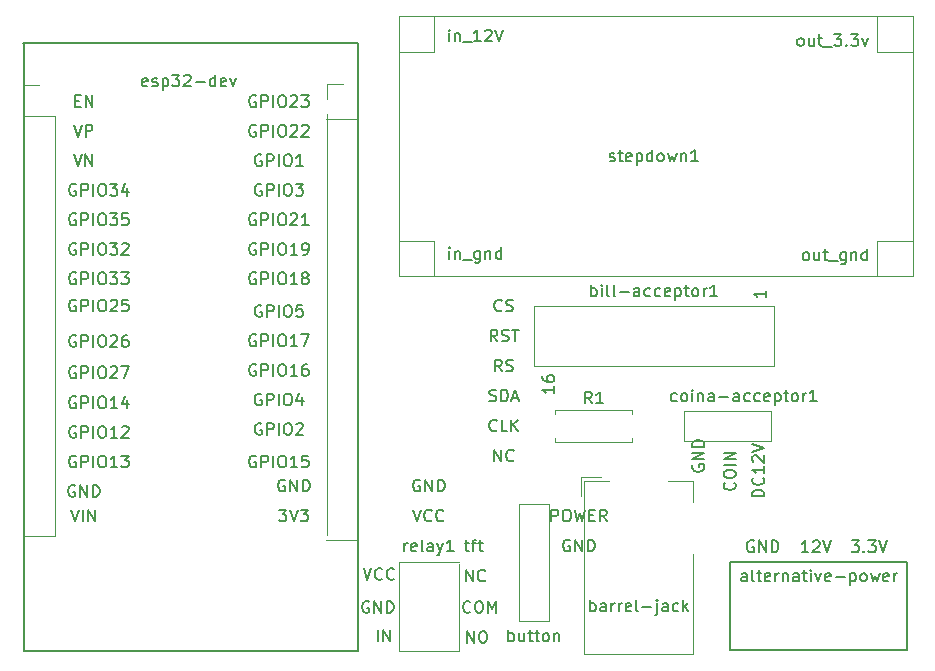
<source format=gto>
%TF.GenerationSoftware,KiCad,Pcbnew,5.1.6-c6e7f7d~87~ubuntu18.04.1*%
%TF.CreationDate,2020-11-08T20:46:57+01:00*%
%TF.ProjectId,bleskomat-board,626c6573-6b6f-46d6-9174-2d626f617264,rev?*%
%TF.SameCoordinates,Original*%
%TF.FileFunction,Legend,Top*%
%TF.FilePolarity,Positive*%
%FSLAX46Y46*%
G04 Gerber Fmt 4.6, Leading zero omitted, Abs format (unit mm)*
G04 Created by KiCad (PCBNEW 5.1.6-c6e7f7d~87~ubuntu18.04.1) date 2020-11-08 20:46:57*
%MOMM*%
%LPD*%
G01*
G04 APERTURE LIST*
%ADD10C,0.120000*%
%ADD11C,0.150000*%
G04 APERTURE END LIST*
D10*
%TO.C,barrel-jack*%
X159540000Y-106080000D02*
X159540000Y-114580000D01*
X159540000Y-114580000D02*
X150340000Y-114580000D01*
X150340000Y-114580000D02*
X150340000Y-99880000D01*
X157440000Y-99880000D02*
X159540000Y-99880000D01*
X159540000Y-99880000D02*
X159540000Y-101680000D01*
X151740000Y-99580000D02*
X150040000Y-99580000D01*
X150040000Y-99580000D02*
X150040000Y-101180000D01*
X150340000Y-99880000D02*
X152440000Y-99880000D01*
%TO.C,button*%
X144800000Y-101820000D02*
X144800000Y-111760000D01*
X147300000Y-111760000D02*
X147300000Y-101820000D01*
X147300000Y-111760000D02*
X144800000Y-111760000D01*
X144800000Y-101820000D02*
X147300000Y-101820000D01*
%TO.C,stepdown1*%
X134620000Y-82550000D02*
X178120000Y-82550000D01*
X134620000Y-82550000D02*
X134620000Y-60550000D01*
X134620000Y-60550000D02*
X178120000Y-60550000D01*
X178120000Y-60550000D02*
X178120000Y-82550000D01*
X137620000Y-82550000D02*
X137620000Y-79550000D01*
X137620000Y-79550000D02*
X134620000Y-79550000D01*
X137620000Y-60550000D02*
X137620000Y-63550000D01*
X137620000Y-63550000D02*
X134620000Y-63550000D01*
X175120000Y-60550000D02*
X175120000Y-63550000D01*
X175120000Y-63550000D02*
X178120000Y-63550000D01*
X175120000Y-82550000D02*
X175120000Y-79550000D01*
X178120000Y-79550000D02*
X175120000Y-79550000D01*
%TO.C,relay1*%
X134620000Y-114300000D02*
X139700000Y-114300000D01*
X134620000Y-106807000D02*
X139700000Y-106807000D01*
X139700000Y-106934000D02*
X139700000Y-114300000D01*
X134620000Y-106807000D02*
X134620000Y-114300000D01*
%TO.C,R1*%
X154400000Y-96620000D02*
X154400000Y-96290000D01*
X147860000Y-96620000D02*
X154400000Y-96620000D01*
X147860000Y-96290000D02*
X147860000Y-96620000D01*
X154400000Y-93880000D02*
X154400000Y-94210000D01*
X147860000Y-93880000D02*
X154400000Y-93880000D01*
X147860000Y-94210000D02*
X147860000Y-93880000D01*
D11*
%TO.C,alternative-power*%
X162680000Y-114240000D02*
X177680000Y-114240000D01*
X177680000Y-114240000D02*
X177680000Y-106740000D01*
X177680000Y-106740000D02*
X162680000Y-106740000D01*
X162680000Y-114240000D02*
X162680000Y-106740000D01*
D10*
%TO.C,coina-acceptor1*%
X166150000Y-94000000D02*
X166150000Y-96500000D01*
X158750000Y-96500000D02*
X158750000Y-94000000D01*
X158750000Y-96500000D02*
X166150000Y-96500000D01*
X166150000Y-94000000D02*
X158750000Y-94000000D01*
%TO.C,bill-acceptor1*%
X146050000Y-85090000D02*
X146050000Y-90170000D01*
X146050000Y-90170000D02*
X166370000Y-90170000D01*
X166370000Y-85090000D02*
X146050000Y-85090000D01*
X166370000Y-90170000D02*
X166370000Y-85090000D01*
%TO.C,esp32-dev*%
X102840000Y-66370000D02*
X104170000Y-66370000D01*
X102840000Y-67700000D02*
X102840000Y-66370000D01*
X102840000Y-68970000D02*
X105500000Y-68970000D01*
X105500000Y-68970000D02*
X105500000Y-104590000D01*
X102840000Y-68970000D02*
X102840000Y-104590000D01*
X102840000Y-104590000D02*
X105500000Y-104590000D01*
X102840000Y-104590000D02*
X105500000Y-104590000D01*
X102840000Y-68970000D02*
X102840000Y-104590000D01*
X105500000Y-68970000D02*
X105500000Y-104590000D01*
X102840000Y-68970000D02*
X105500000Y-68970000D01*
X102840000Y-67700000D02*
X102840000Y-66370000D01*
X102840000Y-66370000D02*
X104170000Y-66370000D01*
X128540000Y-66270000D02*
X129870000Y-66270000D01*
X128540000Y-67600000D02*
X128540000Y-66270000D01*
X128440000Y-69270000D02*
X131100000Y-69270000D01*
X131100000Y-69270000D02*
X131100000Y-104890000D01*
X128540000Y-68870000D02*
X128540000Y-104490000D01*
X128440000Y-104890000D02*
X131100000Y-104890000D01*
X128440000Y-104890000D02*
X131100000Y-104890000D01*
X128540000Y-68870000D02*
X128540000Y-104490000D01*
X131100000Y-69270000D02*
X131100000Y-104890000D01*
X128440000Y-69270000D02*
X131100000Y-69270000D01*
X128540000Y-67600000D02*
X128540000Y-66270000D01*
X128540000Y-66270000D02*
X129870000Y-66270000D01*
D11*
X131170000Y-114300000D02*
X131170000Y-71300000D01*
X102870000Y-114300000D02*
X131170000Y-114300000D01*
X102870000Y-62900000D02*
X102870000Y-114300000D01*
X131170000Y-71400000D02*
X131170000Y-62850000D01*
X131170000Y-62800000D02*
X102820000Y-62800000D01*
%TO.C,barrel-jack*%
X150820952Y-110942380D02*
X150820952Y-109942380D01*
X150820952Y-110323333D02*
X150916190Y-110275714D01*
X151106666Y-110275714D01*
X151201904Y-110323333D01*
X151249523Y-110370952D01*
X151297142Y-110466190D01*
X151297142Y-110751904D01*
X151249523Y-110847142D01*
X151201904Y-110894761D01*
X151106666Y-110942380D01*
X150916190Y-110942380D01*
X150820952Y-110894761D01*
X152154285Y-110942380D02*
X152154285Y-110418571D01*
X152106666Y-110323333D01*
X152011428Y-110275714D01*
X151820952Y-110275714D01*
X151725714Y-110323333D01*
X152154285Y-110894761D02*
X152059047Y-110942380D01*
X151820952Y-110942380D01*
X151725714Y-110894761D01*
X151678095Y-110799523D01*
X151678095Y-110704285D01*
X151725714Y-110609047D01*
X151820952Y-110561428D01*
X152059047Y-110561428D01*
X152154285Y-110513809D01*
X152630476Y-110942380D02*
X152630476Y-110275714D01*
X152630476Y-110466190D02*
X152678095Y-110370952D01*
X152725714Y-110323333D01*
X152820952Y-110275714D01*
X152916190Y-110275714D01*
X153249523Y-110942380D02*
X153249523Y-110275714D01*
X153249523Y-110466190D02*
X153297142Y-110370952D01*
X153344761Y-110323333D01*
X153440000Y-110275714D01*
X153535238Y-110275714D01*
X154249523Y-110894761D02*
X154154285Y-110942380D01*
X153963809Y-110942380D01*
X153868571Y-110894761D01*
X153820952Y-110799523D01*
X153820952Y-110418571D01*
X153868571Y-110323333D01*
X153963809Y-110275714D01*
X154154285Y-110275714D01*
X154249523Y-110323333D01*
X154297142Y-110418571D01*
X154297142Y-110513809D01*
X153820952Y-110609047D01*
X154868571Y-110942380D02*
X154773333Y-110894761D01*
X154725714Y-110799523D01*
X154725714Y-109942380D01*
X155249523Y-110561428D02*
X156011428Y-110561428D01*
X156487619Y-110275714D02*
X156487619Y-111132857D01*
X156440000Y-111228095D01*
X156344761Y-111275714D01*
X156297142Y-111275714D01*
X156487619Y-109942380D02*
X156440000Y-109990000D01*
X156487619Y-110037619D01*
X156535238Y-109990000D01*
X156487619Y-109942380D01*
X156487619Y-110037619D01*
X157392380Y-110942380D02*
X157392380Y-110418571D01*
X157344761Y-110323333D01*
X157249523Y-110275714D01*
X157059047Y-110275714D01*
X156963809Y-110323333D01*
X157392380Y-110894761D02*
X157297142Y-110942380D01*
X157059047Y-110942380D01*
X156963809Y-110894761D01*
X156916190Y-110799523D01*
X156916190Y-110704285D01*
X156963809Y-110609047D01*
X157059047Y-110561428D01*
X157297142Y-110561428D01*
X157392380Y-110513809D01*
X158297142Y-110894761D02*
X158201904Y-110942380D01*
X158011428Y-110942380D01*
X157916190Y-110894761D01*
X157868571Y-110847142D01*
X157820952Y-110751904D01*
X157820952Y-110466190D01*
X157868571Y-110370952D01*
X157916190Y-110323333D01*
X158011428Y-110275714D01*
X158201904Y-110275714D01*
X158297142Y-110323333D01*
X158725714Y-110942380D02*
X158725714Y-109942380D01*
X158820952Y-110561428D02*
X159106666Y-110942380D01*
X159106666Y-110275714D02*
X158725714Y-110656666D01*
%TO.C,button*%
X143907142Y-113482380D02*
X143907142Y-112482380D01*
X143907142Y-112863333D02*
X144002380Y-112815714D01*
X144192857Y-112815714D01*
X144288095Y-112863333D01*
X144335714Y-112910952D01*
X144383333Y-113006190D01*
X144383333Y-113291904D01*
X144335714Y-113387142D01*
X144288095Y-113434761D01*
X144192857Y-113482380D01*
X144002380Y-113482380D01*
X143907142Y-113434761D01*
X145240476Y-112815714D02*
X145240476Y-113482380D01*
X144811904Y-112815714D02*
X144811904Y-113339523D01*
X144859523Y-113434761D01*
X144954761Y-113482380D01*
X145097619Y-113482380D01*
X145192857Y-113434761D01*
X145240476Y-113387142D01*
X145573809Y-112815714D02*
X145954761Y-112815714D01*
X145716666Y-112482380D02*
X145716666Y-113339523D01*
X145764285Y-113434761D01*
X145859523Y-113482380D01*
X145954761Y-113482380D01*
X146145238Y-112815714D02*
X146526190Y-112815714D01*
X146288095Y-112482380D02*
X146288095Y-113339523D01*
X146335714Y-113434761D01*
X146430952Y-113482380D01*
X146526190Y-113482380D01*
X147002380Y-113482380D02*
X146907142Y-113434761D01*
X146859523Y-113387142D01*
X146811904Y-113291904D01*
X146811904Y-113006190D01*
X146859523Y-112910952D01*
X146907142Y-112863333D01*
X147002380Y-112815714D01*
X147145238Y-112815714D01*
X147240476Y-112863333D01*
X147288095Y-112910952D01*
X147335714Y-113006190D01*
X147335714Y-113291904D01*
X147288095Y-113387142D01*
X147240476Y-113434761D01*
X147145238Y-113482380D01*
X147002380Y-113482380D01*
X147764285Y-112815714D02*
X147764285Y-113482380D01*
X147764285Y-112910952D02*
X147811904Y-112863333D01*
X147907142Y-112815714D01*
X148050000Y-112815714D01*
X148145238Y-112863333D01*
X148192857Y-112958571D01*
X148192857Y-113482380D01*
X149098095Y-104910000D02*
X149002857Y-104862380D01*
X148860000Y-104862380D01*
X148717142Y-104910000D01*
X148621904Y-105005238D01*
X148574285Y-105100476D01*
X148526666Y-105290952D01*
X148526666Y-105433809D01*
X148574285Y-105624285D01*
X148621904Y-105719523D01*
X148717142Y-105814761D01*
X148860000Y-105862380D01*
X148955238Y-105862380D01*
X149098095Y-105814761D01*
X149145714Y-105767142D01*
X149145714Y-105433809D01*
X148955238Y-105433809D01*
X149574285Y-105862380D02*
X149574285Y-104862380D01*
X150145714Y-105862380D01*
X150145714Y-104862380D01*
X150621904Y-105862380D02*
X150621904Y-104862380D01*
X150860000Y-104862380D01*
X151002857Y-104910000D01*
X151098095Y-105005238D01*
X151145714Y-105100476D01*
X151193333Y-105290952D01*
X151193333Y-105433809D01*
X151145714Y-105624285D01*
X151098095Y-105719523D01*
X151002857Y-105814761D01*
X150860000Y-105862380D01*
X150621904Y-105862380D01*
X147550476Y-103322380D02*
X147550476Y-102322380D01*
X147931428Y-102322380D01*
X148026666Y-102370000D01*
X148074285Y-102417619D01*
X148121904Y-102512857D01*
X148121904Y-102655714D01*
X148074285Y-102750952D01*
X148026666Y-102798571D01*
X147931428Y-102846190D01*
X147550476Y-102846190D01*
X148740952Y-102322380D02*
X148931428Y-102322380D01*
X149026666Y-102370000D01*
X149121904Y-102465238D01*
X149169523Y-102655714D01*
X149169523Y-102989047D01*
X149121904Y-103179523D01*
X149026666Y-103274761D01*
X148931428Y-103322380D01*
X148740952Y-103322380D01*
X148645714Y-103274761D01*
X148550476Y-103179523D01*
X148502857Y-102989047D01*
X148502857Y-102655714D01*
X148550476Y-102465238D01*
X148645714Y-102370000D01*
X148740952Y-102322380D01*
X149502857Y-102322380D02*
X149740952Y-103322380D01*
X149931428Y-102608095D01*
X150121904Y-103322380D01*
X150360000Y-102322380D01*
X150740952Y-102798571D02*
X151074285Y-102798571D01*
X151217142Y-103322380D02*
X150740952Y-103322380D01*
X150740952Y-102322380D01*
X151217142Y-102322380D01*
X152217142Y-103322380D02*
X151883809Y-102846190D01*
X151645714Y-103322380D02*
X151645714Y-102322380D01*
X152026666Y-102322380D01*
X152121904Y-102370000D01*
X152169523Y-102417619D01*
X152217142Y-102512857D01*
X152217142Y-102655714D01*
X152169523Y-102750952D01*
X152121904Y-102798571D01*
X152026666Y-102846190D01*
X151645714Y-102846190D01*
%TO.C,stepdown1*%
X152471904Y-72794761D02*
X152567142Y-72842380D01*
X152757619Y-72842380D01*
X152852857Y-72794761D01*
X152900476Y-72699523D01*
X152900476Y-72651904D01*
X152852857Y-72556666D01*
X152757619Y-72509047D01*
X152614761Y-72509047D01*
X152519523Y-72461428D01*
X152471904Y-72366190D01*
X152471904Y-72318571D01*
X152519523Y-72223333D01*
X152614761Y-72175714D01*
X152757619Y-72175714D01*
X152852857Y-72223333D01*
X153186190Y-72175714D02*
X153567142Y-72175714D01*
X153329047Y-71842380D02*
X153329047Y-72699523D01*
X153376666Y-72794761D01*
X153471904Y-72842380D01*
X153567142Y-72842380D01*
X154281428Y-72794761D02*
X154186190Y-72842380D01*
X153995714Y-72842380D01*
X153900476Y-72794761D01*
X153852857Y-72699523D01*
X153852857Y-72318571D01*
X153900476Y-72223333D01*
X153995714Y-72175714D01*
X154186190Y-72175714D01*
X154281428Y-72223333D01*
X154329047Y-72318571D01*
X154329047Y-72413809D01*
X153852857Y-72509047D01*
X154757619Y-72175714D02*
X154757619Y-73175714D01*
X154757619Y-72223333D02*
X154852857Y-72175714D01*
X155043333Y-72175714D01*
X155138571Y-72223333D01*
X155186190Y-72270952D01*
X155233809Y-72366190D01*
X155233809Y-72651904D01*
X155186190Y-72747142D01*
X155138571Y-72794761D01*
X155043333Y-72842380D01*
X154852857Y-72842380D01*
X154757619Y-72794761D01*
X156090952Y-72842380D02*
X156090952Y-71842380D01*
X156090952Y-72794761D02*
X155995714Y-72842380D01*
X155805238Y-72842380D01*
X155710000Y-72794761D01*
X155662380Y-72747142D01*
X155614761Y-72651904D01*
X155614761Y-72366190D01*
X155662380Y-72270952D01*
X155710000Y-72223333D01*
X155805238Y-72175714D01*
X155995714Y-72175714D01*
X156090952Y-72223333D01*
X156710000Y-72842380D02*
X156614761Y-72794761D01*
X156567142Y-72747142D01*
X156519523Y-72651904D01*
X156519523Y-72366190D01*
X156567142Y-72270952D01*
X156614761Y-72223333D01*
X156710000Y-72175714D01*
X156852857Y-72175714D01*
X156948095Y-72223333D01*
X156995714Y-72270952D01*
X157043333Y-72366190D01*
X157043333Y-72651904D01*
X156995714Y-72747142D01*
X156948095Y-72794761D01*
X156852857Y-72842380D01*
X156710000Y-72842380D01*
X157376666Y-72175714D02*
X157567142Y-72842380D01*
X157757619Y-72366190D01*
X157948095Y-72842380D01*
X158138571Y-72175714D01*
X158519523Y-72175714D02*
X158519523Y-72842380D01*
X158519523Y-72270952D02*
X158567142Y-72223333D01*
X158662380Y-72175714D01*
X158805238Y-72175714D01*
X158900476Y-72223333D01*
X158948095Y-72318571D01*
X158948095Y-72842380D01*
X159948095Y-72842380D02*
X159376666Y-72842380D01*
X159662380Y-72842380D02*
X159662380Y-71842380D01*
X159567142Y-71985238D01*
X159471904Y-72080476D01*
X159376666Y-72128095D01*
X169029380Y-81224380D02*
X168934142Y-81176761D01*
X168886523Y-81129142D01*
X168838904Y-81033904D01*
X168838904Y-80748190D01*
X168886523Y-80652952D01*
X168934142Y-80605333D01*
X169029380Y-80557714D01*
X169172238Y-80557714D01*
X169267476Y-80605333D01*
X169315095Y-80652952D01*
X169362714Y-80748190D01*
X169362714Y-81033904D01*
X169315095Y-81129142D01*
X169267476Y-81176761D01*
X169172238Y-81224380D01*
X169029380Y-81224380D01*
X170219857Y-80557714D02*
X170219857Y-81224380D01*
X169791285Y-80557714D02*
X169791285Y-81081523D01*
X169838904Y-81176761D01*
X169934142Y-81224380D01*
X170077000Y-81224380D01*
X170172238Y-81176761D01*
X170219857Y-81129142D01*
X170553190Y-80557714D02*
X170934142Y-80557714D01*
X170696047Y-80224380D02*
X170696047Y-81081523D01*
X170743666Y-81176761D01*
X170838904Y-81224380D01*
X170934142Y-81224380D01*
X171029380Y-81319619D02*
X171791285Y-81319619D01*
X172457952Y-80557714D02*
X172457952Y-81367238D01*
X172410333Y-81462476D01*
X172362714Y-81510095D01*
X172267476Y-81557714D01*
X172124619Y-81557714D01*
X172029380Y-81510095D01*
X172457952Y-81176761D02*
X172362714Y-81224380D01*
X172172238Y-81224380D01*
X172077000Y-81176761D01*
X172029380Y-81129142D01*
X171981761Y-81033904D01*
X171981761Y-80748190D01*
X172029380Y-80652952D01*
X172077000Y-80605333D01*
X172172238Y-80557714D01*
X172362714Y-80557714D01*
X172457952Y-80605333D01*
X172934142Y-80557714D02*
X172934142Y-81224380D01*
X172934142Y-80652952D02*
X172981761Y-80605333D01*
X173077000Y-80557714D01*
X173219857Y-80557714D01*
X173315095Y-80605333D01*
X173362714Y-80700571D01*
X173362714Y-81224380D01*
X174267476Y-81224380D02*
X174267476Y-80224380D01*
X174267476Y-81176761D02*
X174172238Y-81224380D01*
X173981761Y-81224380D01*
X173886523Y-81176761D01*
X173838904Y-81129142D01*
X173791285Y-81033904D01*
X173791285Y-80748190D01*
X173838904Y-80652952D01*
X173886523Y-80605333D01*
X173981761Y-80557714D01*
X174172238Y-80557714D01*
X174267476Y-80605333D01*
X168561095Y-63063380D02*
X168465857Y-63015761D01*
X168418238Y-62968142D01*
X168370619Y-62872904D01*
X168370619Y-62587190D01*
X168418238Y-62491952D01*
X168465857Y-62444333D01*
X168561095Y-62396714D01*
X168703952Y-62396714D01*
X168799190Y-62444333D01*
X168846809Y-62491952D01*
X168894428Y-62587190D01*
X168894428Y-62872904D01*
X168846809Y-62968142D01*
X168799190Y-63015761D01*
X168703952Y-63063380D01*
X168561095Y-63063380D01*
X169751571Y-62396714D02*
X169751571Y-63063380D01*
X169323000Y-62396714D02*
X169323000Y-62920523D01*
X169370619Y-63015761D01*
X169465857Y-63063380D01*
X169608714Y-63063380D01*
X169703952Y-63015761D01*
X169751571Y-62968142D01*
X170084904Y-62396714D02*
X170465857Y-62396714D01*
X170227761Y-62063380D02*
X170227761Y-62920523D01*
X170275380Y-63015761D01*
X170370619Y-63063380D01*
X170465857Y-63063380D01*
X170561095Y-63158619D02*
X171323000Y-63158619D01*
X171465857Y-62063380D02*
X172084904Y-62063380D01*
X171751571Y-62444333D01*
X171894428Y-62444333D01*
X171989666Y-62491952D01*
X172037285Y-62539571D01*
X172084904Y-62634809D01*
X172084904Y-62872904D01*
X172037285Y-62968142D01*
X171989666Y-63015761D01*
X171894428Y-63063380D01*
X171608714Y-63063380D01*
X171513476Y-63015761D01*
X171465857Y-62968142D01*
X172513476Y-62968142D02*
X172561095Y-63015761D01*
X172513476Y-63063380D01*
X172465857Y-63015761D01*
X172513476Y-62968142D01*
X172513476Y-63063380D01*
X172894428Y-62063380D02*
X173513476Y-62063380D01*
X173180142Y-62444333D01*
X173323000Y-62444333D01*
X173418238Y-62491952D01*
X173465857Y-62539571D01*
X173513476Y-62634809D01*
X173513476Y-62872904D01*
X173465857Y-62968142D01*
X173418238Y-63015761D01*
X173323000Y-63063380D01*
X173037285Y-63063380D01*
X172942047Y-63015761D01*
X172894428Y-62968142D01*
X173846809Y-62396714D02*
X174084904Y-63063380D01*
X174323000Y-62396714D01*
X138882714Y-62682380D02*
X138882714Y-62015714D01*
X138882714Y-61682380D02*
X138835095Y-61730000D01*
X138882714Y-61777619D01*
X138930333Y-61730000D01*
X138882714Y-61682380D01*
X138882714Y-61777619D01*
X139358904Y-62015714D02*
X139358904Y-62682380D01*
X139358904Y-62110952D02*
X139406523Y-62063333D01*
X139501761Y-62015714D01*
X139644619Y-62015714D01*
X139739857Y-62063333D01*
X139787476Y-62158571D01*
X139787476Y-62682380D01*
X140025571Y-62777619D02*
X140787476Y-62777619D01*
X141549380Y-62682380D02*
X140977952Y-62682380D01*
X141263666Y-62682380D02*
X141263666Y-61682380D01*
X141168428Y-61825238D01*
X141073190Y-61920476D01*
X140977952Y-61968095D01*
X141930333Y-61777619D02*
X141977952Y-61730000D01*
X142073190Y-61682380D01*
X142311285Y-61682380D01*
X142406523Y-61730000D01*
X142454142Y-61777619D01*
X142501761Y-61872857D01*
X142501761Y-61968095D01*
X142454142Y-62110952D01*
X141882714Y-62682380D01*
X142501761Y-62682380D01*
X142787476Y-61682380D02*
X143120809Y-62682380D01*
X143454142Y-61682380D01*
X138906523Y-81097380D02*
X138906523Y-80430714D01*
X138906523Y-80097380D02*
X138858904Y-80145000D01*
X138906523Y-80192619D01*
X138954142Y-80145000D01*
X138906523Y-80097380D01*
X138906523Y-80192619D01*
X139382714Y-80430714D02*
X139382714Y-81097380D01*
X139382714Y-80525952D02*
X139430333Y-80478333D01*
X139525571Y-80430714D01*
X139668428Y-80430714D01*
X139763666Y-80478333D01*
X139811285Y-80573571D01*
X139811285Y-81097380D01*
X140049380Y-81192619D02*
X140811285Y-81192619D01*
X141477952Y-80430714D02*
X141477952Y-81240238D01*
X141430333Y-81335476D01*
X141382714Y-81383095D01*
X141287476Y-81430714D01*
X141144619Y-81430714D01*
X141049380Y-81383095D01*
X141477952Y-81049761D02*
X141382714Y-81097380D01*
X141192238Y-81097380D01*
X141097000Y-81049761D01*
X141049380Y-81002142D01*
X141001761Y-80906904D01*
X141001761Y-80621190D01*
X141049380Y-80525952D01*
X141097000Y-80478333D01*
X141192238Y-80430714D01*
X141382714Y-80430714D01*
X141477952Y-80478333D01*
X141954142Y-80430714D02*
X141954142Y-81097380D01*
X141954142Y-80525952D02*
X142001761Y-80478333D01*
X142097000Y-80430714D01*
X142239857Y-80430714D01*
X142335095Y-80478333D01*
X142382714Y-80573571D01*
X142382714Y-81097380D01*
X143287476Y-81097380D02*
X143287476Y-80097380D01*
X143287476Y-81049761D02*
X143192238Y-81097380D01*
X143001761Y-81097380D01*
X142906523Y-81049761D01*
X142858904Y-81002142D01*
X142811285Y-80906904D01*
X142811285Y-80621190D01*
X142858904Y-80525952D01*
X142906523Y-80478333D01*
X143001761Y-80430714D01*
X143192238Y-80430714D01*
X143287476Y-80478333D01*
%TO.C,relay1*%
X135088571Y-105862380D02*
X135088571Y-105195714D01*
X135088571Y-105386190D02*
X135136190Y-105290952D01*
X135183809Y-105243333D01*
X135279047Y-105195714D01*
X135374285Y-105195714D01*
X136088571Y-105814761D02*
X135993333Y-105862380D01*
X135802857Y-105862380D01*
X135707619Y-105814761D01*
X135660000Y-105719523D01*
X135660000Y-105338571D01*
X135707619Y-105243333D01*
X135802857Y-105195714D01*
X135993333Y-105195714D01*
X136088571Y-105243333D01*
X136136190Y-105338571D01*
X136136190Y-105433809D01*
X135660000Y-105529047D01*
X136707619Y-105862380D02*
X136612380Y-105814761D01*
X136564761Y-105719523D01*
X136564761Y-104862380D01*
X137517142Y-105862380D02*
X137517142Y-105338571D01*
X137469523Y-105243333D01*
X137374285Y-105195714D01*
X137183809Y-105195714D01*
X137088571Y-105243333D01*
X137517142Y-105814761D02*
X137421904Y-105862380D01*
X137183809Y-105862380D01*
X137088571Y-105814761D01*
X137040952Y-105719523D01*
X137040952Y-105624285D01*
X137088571Y-105529047D01*
X137183809Y-105481428D01*
X137421904Y-105481428D01*
X137517142Y-105433809D01*
X137898095Y-105195714D02*
X138136190Y-105862380D01*
X138374285Y-105195714D02*
X138136190Y-105862380D01*
X138040952Y-106100476D01*
X137993333Y-106148095D01*
X137898095Y-106195714D01*
X139279047Y-105862380D02*
X138707619Y-105862380D01*
X138993333Y-105862380D02*
X138993333Y-104862380D01*
X138898095Y-105005238D01*
X138802857Y-105100476D01*
X138707619Y-105148095D01*
X131635666Y-107275380D02*
X131969000Y-108275380D01*
X132302333Y-107275380D01*
X133207095Y-108180142D02*
X133159476Y-108227761D01*
X133016619Y-108275380D01*
X132921380Y-108275380D01*
X132778523Y-108227761D01*
X132683285Y-108132523D01*
X132635666Y-108037285D01*
X132588047Y-107846809D01*
X132588047Y-107703952D01*
X132635666Y-107513476D01*
X132683285Y-107418238D01*
X132778523Y-107323000D01*
X132921380Y-107275380D01*
X133016619Y-107275380D01*
X133159476Y-107323000D01*
X133207095Y-107370619D01*
X134207095Y-108180142D02*
X134159476Y-108227761D01*
X134016619Y-108275380D01*
X133921380Y-108275380D01*
X133778523Y-108227761D01*
X133683285Y-108132523D01*
X133635666Y-108037285D01*
X133588047Y-107846809D01*
X133588047Y-107703952D01*
X133635666Y-107513476D01*
X133683285Y-107418238D01*
X133778523Y-107323000D01*
X133921380Y-107275380D01*
X134016619Y-107275380D01*
X134159476Y-107323000D01*
X134207095Y-107370619D01*
X132080095Y-110117000D02*
X131984857Y-110069380D01*
X131842000Y-110069380D01*
X131699142Y-110117000D01*
X131603904Y-110212238D01*
X131556285Y-110307476D01*
X131508666Y-110497952D01*
X131508666Y-110640809D01*
X131556285Y-110831285D01*
X131603904Y-110926523D01*
X131699142Y-111021761D01*
X131842000Y-111069380D01*
X131937238Y-111069380D01*
X132080095Y-111021761D01*
X132127714Y-110974142D01*
X132127714Y-110640809D01*
X131937238Y-110640809D01*
X132556285Y-111069380D02*
X132556285Y-110069380D01*
X133127714Y-111069380D01*
X133127714Y-110069380D01*
X133603904Y-111069380D02*
X133603904Y-110069380D01*
X133842000Y-110069380D01*
X133984857Y-110117000D01*
X134080095Y-110212238D01*
X134127714Y-110307476D01*
X134175333Y-110497952D01*
X134175333Y-110640809D01*
X134127714Y-110831285D01*
X134080095Y-110926523D01*
X133984857Y-111021761D01*
X133842000Y-111069380D01*
X133603904Y-111069380D01*
X132826190Y-113482380D02*
X132826190Y-112482380D01*
X133302380Y-113482380D02*
X133302380Y-112482380D01*
X133873809Y-113482380D01*
X133873809Y-112482380D01*
X140311285Y-108402380D02*
X140311285Y-107402380D01*
X140882714Y-108402380D01*
X140882714Y-107402380D01*
X141930333Y-108307142D02*
X141882714Y-108354761D01*
X141739857Y-108402380D01*
X141644619Y-108402380D01*
X141501761Y-108354761D01*
X141406523Y-108259523D01*
X141358904Y-108164285D01*
X141311285Y-107973809D01*
X141311285Y-107830952D01*
X141358904Y-107640476D01*
X141406523Y-107545238D01*
X141501761Y-107450000D01*
X141644619Y-107402380D01*
X141739857Y-107402380D01*
X141882714Y-107450000D01*
X141930333Y-107497619D01*
X140692285Y-110974142D02*
X140644666Y-111021761D01*
X140501809Y-111069380D01*
X140406571Y-111069380D01*
X140263714Y-111021761D01*
X140168476Y-110926523D01*
X140120857Y-110831285D01*
X140073238Y-110640809D01*
X140073238Y-110497952D01*
X140120857Y-110307476D01*
X140168476Y-110212238D01*
X140263714Y-110117000D01*
X140406571Y-110069380D01*
X140501809Y-110069380D01*
X140644666Y-110117000D01*
X140692285Y-110164619D01*
X141311333Y-110069380D02*
X141501809Y-110069380D01*
X141597047Y-110117000D01*
X141692285Y-110212238D01*
X141739904Y-110402714D01*
X141739904Y-110736047D01*
X141692285Y-110926523D01*
X141597047Y-111021761D01*
X141501809Y-111069380D01*
X141311333Y-111069380D01*
X141216095Y-111021761D01*
X141120857Y-110926523D01*
X141073238Y-110736047D01*
X141073238Y-110402714D01*
X141120857Y-110212238D01*
X141216095Y-110117000D01*
X141311333Y-110069380D01*
X142168476Y-111069380D02*
X142168476Y-110069380D01*
X142501809Y-110783666D01*
X142835142Y-110069380D01*
X142835142Y-111069380D01*
X140414476Y-113609380D02*
X140414476Y-112609380D01*
X140985904Y-113609380D01*
X140985904Y-112609380D01*
X141652571Y-112609380D02*
X141843047Y-112609380D01*
X141938285Y-112657000D01*
X142033523Y-112752238D01*
X142081142Y-112942714D01*
X142081142Y-113276047D01*
X142033523Y-113466523D01*
X141938285Y-113561761D01*
X141843047Y-113609380D01*
X141652571Y-113609380D01*
X141557333Y-113561761D01*
X141462095Y-113466523D01*
X141414476Y-113276047D01*
X141414476Y-112942714D01*
X141462095Y-112752238D01*
X141557333Y-112657000D01*
X141652571Y-112609380D01*
%TO.C,R1*%
X150963333Y-93332380D02*
X150630000Y-92856190D01*
X150391904Y-93332380D02*
X150391904Y-92332380D01*
X150772857Y-92332380D01*
X150868095Y-92380000D01*
X150915714Y-92427619D01*
X150963333Y-92522857D01*
X150963333Y-92665714D01*
X150915714Y-92760952D01*
X150868095Y-92808571D01*
X150772857Y-92856190D01*
X150391904Y-92856190D01*
X151915714Y-93332380D02*
X151344285Y-93332380D01*
X151630000Y-93332380D02*
X151630000Y-92332380D01*
X151534761Y-92475238D01*
X151439523Y-92570476D01*
X151344285Y-92618095D01*
%TO.C,alternative-power*%
X164084761Y-108402380D02*
X164084761Y-107878571D01*
X164037142Y-107783333D01*
X163941904Y-107735714D01*
X163751428Y-107735714D01*
X163656190Y-107783333D01*
X164084761Y-108354761D02*
X163989523Y-108402380D01*
X163751428Y-108402380D01*
X163656190Y-108354761D01*
X163608571Y-108259523D01*
X163608571Y-108164285D01*
X163656190Y-108069047D01*
X163751428Y-108021428D01*
X163989523Y-108021428D01*
X164084761Y-107973809D01*
X164703809Y-108402380D02*
X164608571Y-108354761D01*
X164560952Y-108259523D01*
X164560952Y-107402380D01*
X164941904Y-107735714D02*
X165322857Y-107735714D01*
X165084761Y-107402380D02*
X165084761Y-108259523D01*
X165132380Y-108354761D01*
X165227619Y-108402380D01*
X165322857Y-108402380D01*
X166037142Y-108354761D02*
X165941904Y-108402380D01*
X165751428Y-108402380D01*
X165656190Y-108354761D01*
X165608571Y-108259523D01*
X165608571Y-107878571D01*
X165656190Y-107783333D01*
X165751428Y-107735714D01*
X165941904Y-107735714D01*
X166037142Y-107783333D01*
X166084761Y-107878571D01*
X166084761Y-107973809D01*
X165608571Y-108069047D01*
X166513333Y-108402380D02*
X166513333Y-107735714D01*
X166513333Y-107926190D02*
X166560952Y-107830952D01*
X166608571Y-107783333D01*
X166703809Y-107735714D01*
X166799047Y-107735714D01*
X167132380Y-107735714D02*
X167132380Y-108402380D01*
X167132380Y-107830952D02*
X167180000Y-107783333D01*
X167275238Y-107735714D01*
X167418095Y-107735714D01*
X167513333Y-107783333D01*
X167560952Y-107878571D01*
X167560952Y-108402380D01*
X168465714Y-108402380D02*
X168465714Y-107878571D01*
X168418095Y-107783333D01*
X168322857Y-107735714D01*
X168132380Y-107735714D01*
X168037142Y-107783333D01*
X168465714Y-108354761D02*
X168370476Y-108402380D01*
X168132380Y-108402380D01*
X168037142Y-108354761D01*
X167989523Y-108259523D01*
X167989523Y-108164285D01*
X168037142Y-108069047D01*
X168132380Y-108021428D01*
X168370476Y-108021428D01*
X168465714Y-107973809D01*
X168799047Y-107735714D02*
X169180000Y-107735714D01*
X168941904Y-107402380D02*
X168941904Y-108259523D01*
X168989523Y-108354761D01*
X169084761Y-108402380D01*
X169180000Y-108402380D01*
X169513333Y-108402380D02*
X169513333Y-107735714D01*
X169513333Y-107402380D02*
X169465714Y-107450000D01*
X169513333Y-107497619D01*
X169560952Y-107450000D01*
X169513333Y-107402380D01*
X169513333Y-107497619D01*
X169894285Y-107735714D02*
X170132380Y-108402380D01*
X170370476Y-107735714D01*
X171132380Y-108354761D02*
X171037142Y-108402380D01*
X170846666Y-108402380D01*
X170751428Y-108354761D01*
X170703809Y-108259523D01*
X170703809Y-107878571D01*
X170751428Y-107783333D01*
X170846666Y-107735714D01*
X171037142Y-107735714D01*
X171132380Y-107783333D01*
X171180000Y-107878571D01*
X171180000Y-107973809D01*
X170703809Y-108069047D01*
X171608571Y-108021428D02*
X172370476Y-108021428D01*
X172846666Y-107735714D02*
X172846666Y-108735714D01*
X172846666Y-107783333D02*
X172941904Y-107735714D01*
X173132380Y-107735714D01*
X173227619Y-107783333D01*
X173275238Y-107830952D01*
X173322857Y-107926190D01*
X173322857Y-108211904D01*
X173275238Y-108307142D01*
X173227619Y-108354761D01*
X173132380Y-108402380D01*
X172941904Y-108402380D01*
X172846666Y-108354761D01*
X173894285Y-108402380D02*
X173799047Y-108354761D01*
X173751428Y-108307142D01*
X173703809Y-108211904D01*
X173703809Y-107926190D01*
X173751428Y-107830952D01*
X173799047Y-107783333D01*
X173894285Y-107735714D01*
X174037142Y-107735714D01*
X174132380Y-107783333D01*
X174180000Y-107830952D01*
X174227619Y-107926190D01*
X174227619Y-108211904D01*
X174180000Y-108307142D01*
X174132380Y-108354761D01*
X174037142Y-108402380D01*
X173894285Y-108402380D01*
X174560952Y-107735714D02*
X174751428Y-108402380D01*
X174941904Y-107926190D01*
X175132380Y-108402380D01*
X175322857Y-107735714D01*
X176084761Y-108354761D02*
X175989523Y-108402380D01*
X175799047Y-108402380D01*
X175703809Y-108354761D01*
X175656190Y-108259523D01*
X175656190Y-107878571D01*
X175703809Y-107783333D01*
X175799047Y-107735714D01*
X175989523Y-107735714D01*
X176084761Y-107783333D01*
X176132380Y-107878571D01*
X176132380Y-107973809D01*
X175656190Y-108069047D01*
X176560952Y-108402380D02*
X176560952Y-107735714D01*
X176560952Y-107926190D02*
X176608571Y-107830952D01*
X176656190Y-107783333D01*
X176751428Y-107735714D01*
X176846666Y-107735714D01*
X164668095Y-104990000D02*
X164572857Y-104942380D01*
X164430000Y-104942380D01*
X164287142Y-104990000D01*
X164191904Y-105085238D01*
X164144285Y-105180476D01*
X164096666Y-105370952D01*
X164096666Y-105513809D01*
X164144285Y-105704285D01*
X164191904Y-105799523D01*
X164287142Y-105894761D01*
X164430000Y-105942380D01*
X164525238Y-105942380D01*
X164668095Y-105894761D01*
X164715714Y-105847142D01*
X164715714Y-105513809D01*
X164525238Y-105513809D01*
X165144285Y-105942380D02*
X165144285Y-104942380D01*
X165715714Y-105942380D01*
X165715714Y-104942380D01*
X166191904Y-105942380D02*
X166191904Y-104942380D01*
X166430000Y-104942380D01*
X166572857Y-104990000D01*
X166668095Y-105085238D01*
X166715714Y-105180476D01*
X166763333Y-105370952D01*
X166763333Y-105513809D01*
X166715714Y-105704285D01*
X166668095Y-105799523D01*
X166572857Y-105894761D01*
X166430000Y-105942380D01*
X166191904Y-105942380D01*
X169310952Y-105942380D02*
X168739523Y-105942380D01*
X169025238Y-105942380D02*
X169025238Y-104942380D01*
X168930000Y-105085238D01*
X168834761Y-105180476D01*
X168739523Y-105228095D01*
X169691904Y-105037619D02*
X169739523Y-104990000D01*
X169834761Y-104942380D01*
X170072857Y-104942380D01*
X170168095Y-104990000D01*
X170215714Y-105037619D01*
X170263333Y-105132857D01*
X170263333Y-105228095D01*
X170215714Y-105370952D01*
X169644285Y-105942380D01*
X170263333Y-105942380D01*
X170549047Y-104942380D02*
X170882380Y-105942380D01*
X171215714Y-104942380D01*
X172953809Y-104942380D02*
X173572857Y-104942380D01*
X173239523Y-105323333D01*
X173382380Y-105323333D01*
X173477619Y-105370952D01*
X173525238Y-105418571D01*
X173572857Y-105513809D01*
X173572857Y-105751904D01*
X173525238Y-105847142D01*
X173477619Y-105894761D01*
X173382380Y-105942380D01*
X173096666Y-105942380D01*
X173001428Y-105894761D01*
X172953809Y-105847142D01*
X174001428Y-105847142D02*
X174049047Y-105894761D01*
X174001428Y-105942380D01*
X173953809Y-105894761D01*
X174001428Y-105847142D01*
X174001428Y-105942380D01*
X174382380Y-104942380D02*
X175001428Y-104942380D01*
X174668095Y-105323333D01*
X174810952Y-105323333D01*
X174906190Y-105370952D01*
X174953809Y-105418571D01*
X175001428Y-105513809D01*
X175001428Y-105751904D01*
X174953809Y-105847142D01*
X174906190Y-105894761D01*
X174810952Y-105942380D01*
X174525238Y-105942380D01*
X174430000Y-105894761D01*
X174382380Y-105847142D01*
X175287142Y-104942380D02*
X175620476Y-105942380D01*
X175953809Y-104942380D01*
%TO.C,coina-acceptor1*%
X158139523Y-93114761D02*
X158044285Y-93162380D01*
X157853809Y-93162380D01*
X157758571Y-93114761D01*
X157710952Y-93067142D01*
X157663333Y-92971904D01*
X157663333Y-92686190D01*
X157710952Y-92590952D01*
X157758571Y-92543333D01*
X157853809Y-92495714D01*
X158044285Y-92495714D01*
X158139523Y-92543333D01*
X158710952Y-93162380D02*
X158615714Y-93114761D01*
X158568095Y-93067142D01*
X158520476Y-92971904D01*
X158520476Y-92686190D01*
X158568095Y-92590952D01*
X158615714Y-92543333D01*
X158710952Y-92495714D01*
X158853809Y-92495714D01*
X158949047Y-92543333D01*
X158996666Y-92590952D01*
X159044285Y-92686190D01*
X159044285Y-92971904D01*
X158996666Y-93067142D01*
X158949047Y-93114761D01*
X158853809Y-93162380D01*
X158710952Y-93162380D01*
X159472857Y-93162380D02*
X159472857Y-92495714D01*
X159472857Y-92162380D02*
X159425238Y-92210000D01*
X159472857Y-92257619D01*
X159520476Y-92210000D01*
X159472857Y-92162380D01*
X159472857Y-92257619D01*
X159949047Y-92495714D02*
X159949047Y-93162380D01*
X159949047Y-92590952D02*
X159996666Y-92543333D01*
X160091904Y-92495714D01*
X160234761Y-92495714D01*
X160330000Y-92543333D01*
X160377619Y-92638571D01*
X160377619Y-93162380D01*
X161282380Y-93162380D02*
X161282380Y-92638571D01*
X161234761Y-92543333D01*
X161139523Y-92495714D01*
X160949047Y-92495714D01*
X160853809Y-92543333D01*
X161282380Y-93114761D02*
X161187142Y-93162380D01*
X160949047Y-93162380D01*
X160853809Y-93114761D01*
X160806190Y-93019523D01*
X160806190Y-92924285D01*
X160853809Y-92829047D01*
X160949047Y-92781428D01*
X161187142Y-92781428D01*
X161282380Y-92733809D01*
X161758571Y-92781428D02*
X162520476Y-92781428D01*
X163425238Y-93162380D02*
X163425238Y-92638571D01*
X163377619Y-92543333D01*
X163282380Y-92495714D01*
X163091904Y-92495714D01*
X162996666Y-92543333D01*
X163425238Y-93114761D02*
X163330000Y-93162380D01*
X163091904Y-93162380D01*
X162996666Y-93114761D01*
X162949047Y-93019523D01*
X162949047Y-92924285D01*
X162996666Y-92829047D01*
X163091904Y-92781428D01*
X163330000Y-92781428D01*
X163425238Y-92733809D01*
X164330000Y-93114761D02*
X164234761Y-93162380D01*
X164044285Y-93162380D01*
X163949047Y-93114761D01*
X163901428Y-93067142D01*
X163853809Y-92971904D01*
X163853809Y-92686190D01*
X163901428Y-92590952D01*
X163949047Y-92543333D01*
X164044285Y-92495714D01*
X164234761Y-92495714D01*
X164330000Y-92543333D01*
X165187142Y-93114761D02*
X165091904Y-93162380D01*
X164901428Y-93162380D01*
X164806190Y-93114761D01*
X164758571Y-93067142D01*
X164710952Y-92971904D01*
X164710952Y-92686190D01*
X164758571Y-92590952D01*
X164806190Y-92543333D01*
X164901428Y-92495714D01*
X165091904Y-92495714D01*
X165187142Y-92543333D01*
X165996666Y-93114761D02*
X165901428Y-93162380D01*
X165710952Y-93162380D01*
X165615714Y-93114761D01*
X165568095Y-93019523D01*
X165568095Y-92638571D01*
X165615714Y-92543333D01*
X165710952Y-92495714D01*
X165901428Y-92495714D01*
X165996666Y-92543333D01*
X166044285Y-92638571D01*
X166044285Y-92733809D01*
X165568095Y-92829047D01*
X166472857Y-92495714D02*
X166472857Y-93495714D01*
X166472857Y-92543333D02*
X166568095Y-92495714D01*
X166758571Y-92495714D01*
X166853809Y-92543333D01*
X166901428Y-92590952D01*
X166949047Y-92686190D01*
X166949047Y-92971904D01*
X166901428Y-93067142D01*
X166853809Y-93114761D01*
X166758571Y-93162380D01*
X166568095Y-93162380D01*
X166472857Y-93114761D01*
X167234761Y-92495714D02*
X167615714Y-92495714D01*
X167377619Y-92162380D02*
X167377619Y-93019523D01*
X167425238Y-93114761D01*
X167520476Y-93162380D01*
X167615714Y-93162380D01*
X168091904Y-93162380D02*
X167996666Y-93114761D01*
X167949047Y-93067142D01*
X167901428Y-92971904D01*
X167901428Y-92686190D01*
X167949047Y-92590952D01*
X167996666Y-92543333D01*
X168091904Y-92495714D01*
X168234761Y-92495714D01*
X168330000Y-92543333D01*
X168377619Y-92590952D01*
X168425238Y-92686190D01*
X168425238Y-92971904D01*
X168377619Y-93067142D01*
X168330000Y-93114761D01*
X168234761Y-93162380D01*
X168091904Y-93162380D01*
X168853809Y-93162380D02*
X168853809Y-92495714D01*
X168853809Y-92686190D02*
X168901428Y-92590952D01*
X168949047Y-92543333D01*
X169044285Y-92495714D01*
X169139523Y-92495714D01*
X169996666Y-93162380D02*
X169425238Y-93162380D01*
X169710952Y-93162380D02*
X169710952Y-92162380D01*
X169615714Y-92305238D01*
X169520476Y-92400476D01*
X169425238Y-92448095D01*
X165552380Y-101202857D02*
X164552380Y-101202857D01*
X164552380Y-100964761D01*
X164600000Y-100821904D01*
X164695238Y-100726666D01*
X164790476Y-100679047D01*
X164980952Y-100631428D01*
X165123809Y-100631428D01*
X165314285Y-100679047D01*
X165409523Y-100726666D01*
X165504761Y-100821904D01*
X165552380Y-100964761D01*
X165552380Y-101202857D01*
X165457142Y-99631428D02*
X165504761Y-99679047D01*
X165552380Y-99821904D01*
X165552380Y-99917142D01*
X165504761Y-100060000D01*
X165409523Y-100155238D01*
X165314285Y-100202857D01*
X165123809Y-100250476D01*
X164980952Y-100250476D01*
X164790476Y-100202857D01*
X164695238Y-100155238D01*
X164600000Y-100060000D01*
X164552380Y-99917142D01*
X164552380Y-99821904D01*
X164600000Y-99679047D01*
X164647619Y-99631428D01*
X165552380Y-98679047D02*
X165552380Y-99250476D01*
X165552380Y-98964761D02*
X164552380Y-98964761D01*
X164695238Y-99060000D01*
X164790476Y-99155238D01*
X164838095Y-99250476D01*
X164647619Y-98298095D02*
X164600000Y-98250476D01*
X164552380Y-98155238D01*
X164552380Y-97917142D01*
X164600000Y-97821904D01*
X164647619Y-97774285D01*
X164742857Y-97726666D01*
X164838095Y-97726666D01*
X164980952Y-97774285D01*
X165552380Y-98345714D01*
X165552380Y-97726666D01*
X164552380Y-97440952D02*
X165552380Y-97107619D01*
X164552380Y-96774285D01*
X163044142Y-100036190D02*
X163091761Y-100083809D01*
X163139380Y-100226666D01*
X163139380Y-100321904D01*
X163091761Y-100464761D01*
X162996523Y-100560000D01*
X162901285Y-100607619D01*
X162710809Y-100655238D01*
X162567952Y-100655238D01*
X162377476Y-100607619D01*
X162282238Y-100560000D01*
X162187000Y-100464761D01*
X162139380Y-100321904D01*
X162139380Y-100226666D01*
X162187000Y-100083809D01*
X162234619Y-100036190D01*
X162139380Y-99417142D02*
X162139380Y-99226666D01*
X162187000Y-99131428D01*
X162282238Y-99036190D01*
X162472714Y-98988571D01*
X162806047Y-98988571D01*
X162996523Y-99036190D01*
X163091761Y-99131428D01*
X163139380Y-99226666D01*
X163139380Y-99417142D01*
X163091761Y-99512380D01*
X162996523Y-99607619D01*
X162806047Y-99655238D01*
X162472714Y-99655238D01*
X162282238Y-99607619D01*
X162187000Y-99512380D01*
X162139380Y-99417142D01*
X163139380Y-98560000D02*
X162139380Y-98560000D01*
X163139380Y-98083809D02*
X162139380Y-98083809D01*
X163139380Y-97512380D01*
X162139380Y-97512380D01*
X159520000Y-98551904D02*
X159472380Y-98647142D01*
X159472380Y-98790000D01*
X159520000Y-98932857D01*
X159615238Y-99028095D01*
X159710476Y-99075714D01*
X159900952Y-99123333D01*
X160043809Y-99123333D01*
X160234285Y-99075714D01*
X160329523Y-99028095D01*
X160424761Y-98932857D01*
X160472380Y-98790000D01*
X160472380Y-98694761D01*
X160424761Y-98551904D01*
X160377142Y-98504285D01*
X160043809Y-98504285D01*
X160043809Y-98694761D01*
X160472380Y-98075714D02*
X159472380Y-98075714D01*
X160472380Y-97504285D01*
X159472380Y-97504285D01*
X160472380Y-97028095D02*
X159472380Y-97028095D01*
X159472380Y-96790000D01*
X159520000Y-96647142D01*
X159615238Y-96551904D01*
X159710476Y-96504285D01*
X159900952Y-96456666D01*
X160043809Y-96456666D01*
X160234285Y-96504285D01*
X160329523Y-96551904D01*
X160424761Y-96647142D01*
X160472380Y-96790000D01*
X160472380Y-97028095D01*
%TO.C,bill-acceptor1*%
X150900476Y-84272380D02*
X150900476Y-83272380D01*
X150900476Y-83653333D02*
X150995714Y-83605714D01*
X151186190Y-83605714D01*
X151281428Y-83653333D01*
X151329047Y-83700952D01*
X151376666Y-83796190D01*
X151376666Y-84081904D01*
X151329047Y-84177142D01*
X151281428Y-84224761D01*
X151186190Y-84272380D01*
X150995714Y-84272380D01*
X150900476Y-84224761D01*
X151805238Y-84272380D02*
X151805238Y-83605714D01*
X151805238Y-83272380D02*
X151757619Y-83320000D01*
X151805238Y-83367619D01*
X151852857Y-83320000D01*
X151805238Y-83272380D01*
X151805238Y-83367619D01*
X152424285Y-84272380D02*
X152329047Y-84224761D01*
X152281428Y-84129523D01*
X152281428Y-83272380D01*
X152948095Y-84272380D02*
X152852857Y-84224761D01*
X152805238Y-84129523D01*
X152805238Y-83272380D01*
X153329047Y-83891428D02*
X154090952Y-83891428D01*
X154995714Y-84272380D02*
X154995714Y-83748571D01*
X154948095Y-83653333D01*
X154852857Y-83605714D01*
X154662380Y-83605714D01*
X154567142Y-83653333D01*
X154995714Y-84224761D02*
X154900476Y-84272380D01*
X154662380Y-84272380D01*
X154567142Y-84224761D01*
X154519523Y-84129523D01*
X154519523Y-84034285D01*
X154567142Y-83939047D01*
X154662380Y-83891428D01*
X154900476Y-83891428D01*
X154995714Y-83843809D01*
X155900476Y-84224761D02*
X155805238Y-84272380D01*
X155614761Y-84272380D01*
X155519523Y-84224761D01*
X155471904Y-84177142D01*
X155424285Y-84081904D01*
X155424285Y-83796190D01*
X155471904Y-83700952D01*
X155519523Y-83653333D01*
X155614761Y-83605714D01*
X155805238Y-83605714D01*
X155900476Y-83653333D01*
X156757619Y-84224761D02*
X156662380Y-84272380D01*
X156471904Y-84272380D01*
X156376666Y-84224761D01*
X156329047Y-84177142D01*
X156281428Y-84081904D01*
X156281428Y-83796190D01*
X156329047Y-83700952D01*
X156376666Y-83653333D01*
X156471904Y-83605714D01*
X156662380Y-83605714D01*
X156757619Y-83653333D01*
X157567142Y-84224761D02*
X157471904Y-84272380D01*
X157281428Y-84272380D01*
X157186190Y-84224761D01*
X157138571Y-84129523D01*
X157138571Y-83748571D01*
X157186190Y-83653333D01*
X157281428Y-83605714D01*
X157471904Y-83605714D01*
X157567142Y-83653333D01*
X157614761Y-83748571D01*
X157614761Y-83843809D01*
X157138571Y-83939047D01*
X158043333Y-83605714D02*
X158043333Y-84605714D01*
X158043333Y-83653333D02*
X158138571Y-83605714D01*
X158329047Y-83605714D01*
X158424285Y-83653333D01*
X158471904Y-83700952D01*
X158519523Y-83796190D01*
X158519523Y-84081904D01*
X158471904Y-84177142D01*
X158424285Y-84224761D01*
X158329047Y-84272380D01*
X158138571Y-84272380D01*
X158043333Y-84224761D01*
X158805238Y-83605714D02*
X159186190Y-83605714D01*
X158948095Y-83272380D02*
X158948095Y-84129523D01*
X158995714Y-84224761D01*
X159090952Y-84272380D01*
X159186190Y-84272380D01*
X159662380Y-84272380D02*
X159567142Y-84224761D01*
X159519523Y-84177142D01*
X159471904Y-84081904D01*
X159471904Y-83796190D01*
X159519523Y-83700952D01*
X159567142Y-83653333D01*
X159662380Y-83605714D01*
X159805238Y-83605714D01*
X159900476Y-83653333D01*
X159948095Y-83700952D01*
X159995714Y-83796190D01*
X159995714Y-84081904D01*
X159948095Y-84177142D01*
X159900476Y-84224761D01*
X159805238Y-84272380D01*
X159662380Y-84272380D01*
X160424285Y-84272380D02*
X160424285Y-83605714D01*
X160424285Y-83796190D02*
X160471904Y-83700952D01*
X160519523Y-83653333D01*
X160614761Y-83605714D01*
X160710000Y-83605714D01*
X161567142Y-84272380D02*
X160995714Y-84272380D01*
X161281428Y-84272380D02*
X161281428Y-83272380D01*
X161186190Y-83415238D01*
X161090952Y-83510476D01*
X160995714Y-83558095D01*
X147772380Y-91884476D02*
X147772380Y-92455904D01*
X147772380Y-92170190D02*
X146772380Y-92170190D01*
X146915238Y-92265428D01*
X147010476Y-92360666D01*
X147058095Y-92455904D01*
X146772380Y-91027333D02*
X146772380Y-91217809D01*
X146820000Y-91313047D01*
X146867619Y-91360666D01*
X147010476Y-91455904D01*
X147200952Y-91503523D01*
X147581904Y-91503523D01*
X147677142Y-91455904D01*
X147724761Y-91408285D01*
X147772380Y-91313047D01*
X147772380Y-91122571D01*
X147724761Y-91027333D01*
X147677142Y-90979714D01*
X147581904Y-90932095D01*
X147343809Y-90932095D01*
X147248571Y-90979714D01*
X147200952Y-91027333D01*
X147153333Y-91122571D01*
X147153333Y-91313047D01*
X147200952Y-91408285D01*
X147248571Y-91455904D01*
X147343809Y-91503523D01*
X165679380Y-83788285D02*
X165679380Y-84359714D01*
X165679380Y-84074000D02*
X164679380Y-84074000D01*
X164822238Y-84169238D01*
X164917476Y-84264476D01*
X164965095Y-84359714D01*
%TO.C,tft*%
X140208095Y-105195714D02*
X140589047Y-105195714D01*
X140350952Y-104862380D02*
X140350952Y-105719523D01*
X140398571Y-105814761D01*
X140493809Y-105862380D01*
X140589047Y-105862380D01*
X140779523Y-105195714D02*
X141160476Y-105195714D01*
X140922380Y-105862380D02*
X140922380Y-105005238D01*
X140970000Y-104910000D01*
X141065238Y-104862380D01*
X141160476Y-104862380D01*
X141350952Y-105195714D02*
X141731904Y-105195714D01*
X141493809Y-104862380D02*
X141493809Y-105719523D01*
X141541428Y-105814761D01*
X141636666Y-105862380D01*
X141731904Y-105862380D01*
X143343333Y-90622380D02*
X143010000Y-90146190D01*
X142771904Y-90622380D02*
X142771904Y-89622380D01*
X143152857Y-89622380D01*
X143248095Y-89670000D01*
X143295714Y-89717619D01*
X143343333Y-89812857D01*
X143343333Y-89955714D01*
X143295714Y-90050952D01*
X143248095Y-90098571D01*
X143152857Y-90146190D01*
X142771904Y-90146190D01*
X143724285Y-90574761D02*
X143867142Y-90622380D01*
X144105238Y-90622380D01*
X144200476Y-90574761D01*
X144248095Y-90527142D01*
X144295714Y-90431904D01*
X144295714Y-90336666D01*
X144248095Y-90241428D01*
X144200476Y-90193809D01*
X144105238Y-90146190D01*
X143914761Y-90098571D01*
X143819523Y-90050952D01*
X143771904Y-90003333D01*
X143724285Y-89908095D01*
X143724285Y-89812857D01*
X143771904Y-89717619D01*
X143819523Y-89670000D01*
X143914761Y-89622380D01*
X144152857Y-89622380D01*
X144295714Y-89670000D01*
X142724285Y-98242380D02*
X142724285Y-97242380D01*
X143295714Y-98242380D01*
X143295714Y-97242380D01*
X144343333Y-98147142D02*
X144295714Y-98194761D01*
X144152857Y-98242380D01*
X144057619Y-98242380D01*
X143914761Y-98194761D01*
X143819523Y-98099523D01*
X143771904Y-98004285D01*
X143724285Y-97813809D01*
X143724285Y-97670952D01*
X143771904Y-97480476D01*
X143819523Y-97385238D01*
X143914761Y-97290000D01*
X144057619Y-97242380D01*
X144152857Y-97242380D01*
X144295714Y-97290000D01*
X144343333Y-97337619D01*
X142295714Y-93114761D02*
X142438571Y-93162380D01*
X142676666Y-93162380D01*
X142771904Y-93114761D01*
X142819523Y-93067142D01*
X142867142Y-92971904D01*
X142867142Y-92876666D01*
X142819523Y-92781428D01*
X142771904Y-92733809D01*
X142676666Y-92686190D01*
X142486190Y-92638571D01*
X142390952Y-92590952D01*
X142343333Y-92543333D01*
X142295714Y-92448095D01*
X142295714Y-92352857D01*
X142343333Y-92257619D01*
X142390952Y-92210000D01*
X142486190Y-92162380D01*
X142724285Y-92162380D01*
X142867142Y-92210000D01*
X143295714Y-93162380D02*
X143295714Y-92162380D01*
X143533809Y-92162380D01*
X143676666Y-92210000D01*
X143771904Y-92305238D01*
X143819523Y-92400476D01*
X143867142Y-92590952D01*
X143867142Y-92733809D01*
X143819523Y-92924285D01*
X143771904Y-93019523D01*
X143676666Y-93114761D01*
X143533809Y-93162380D01*
X143295714Y-93162380D01*
X144248095Y-92876666D02*
X144724285Y-92876666D01*
X144152857Y-93162380D02*
X144486190Y-92162380D01*
X144819523Y-93162380D01*
X142914761Y-95607142D02*
X142867142Y-95654761D01*
X142724285Y-95702380D01*
X142629047Y-95702380D01*
X142486190Y-95654761D01*
X142390952Y-95559523D01*
X142343333Y-95464285D01*
X142295714Y-95273809D01*
X142295714Y-95130952D01*
X142343333Y-94940476D01*
X142390952Y-94845238D01*
X142486190Y-94750000D01*
X142629047Y-94702380D01*
X142724285Y-94702380D01*
X142867142Y-94750000D01*
X142914761Y-94797619D01*
X143819523Y-95702380D02*
X143343333Y-95702380D01*
X143343333Y-94702380D01*
X144152857Y-95702380D02*
X144152857Y-94702380D01*
X144724285Y-95702380D02*
X144295714Y-95130952D01*
X144724285Y-94702380D02*
X144152857Y-95273809D01*
X136398095Y-99830000D02*
X136302857Y-99782380D01*
X136160000Y-99782380D01*
X136017142Y-99830000D01*
X135921904Y-99925238D01*
X135874285Y-100020476D01*
X135826666Y-100210952D01*
X135826666Y-100353809D01*
X135874285Y-100544285D01*
X135921904Y-100639523D01*
X136017142Y-100734761D01*
X136160000Y-100782380D01*
X136255238Y-100782380D01*
X136398095Y-100734761D01*
X136445714Y-100687142D01*
X136445714Y-100353809D01*
X136255238Y-100353809D01*
X136874285Y-100782380D02*
X136874285Y-99782380D01*
X137445714Y-100782380D01*
X137445714Y-99782380D01*
X137921904Y-100782380D02*
X137921904Y-99782380D01*
X138160000Y-99782380D01*
X138302857Y-99830000D01*
X138398095Y-99925238D01*
X138445714Y-100020476D01*
X138493333Y-100210952D01*
X138493333Y-100353809D01*
X138445714Y-100544285D01*
X138398095Y-100639523D01*
X138302857Y-100734761D01*
X138160000Y-100782380D01*
X137921904Y-100782380D01*
X135826666Y-102322380D02*
X136160000Y-103322380D01*
X136493333Y-102322380D01*
X137398095Y-103227142D02*
X137350476Y-103274761D01*
X137207619Y-103322380D01*
X137112380Y-103322380D01*
X136969523Y-103274761D01*
X136874285Y-103179523D01*
X136826666Y-103084285D01*
X136779047Y-102893809D01*
X136779047Y-102750952D01*
X136826666Y-102560476D01*
X136874285Y-102465238D01*
X136969523Y-102370000D01*
X137112380Y-102322380D01*
X137207619Y-102322380D01*
X137350476Y-102370000D01*
X137398095Y-102417619D01*
X138398095Y-103227142D02*
X138350476Y-103274761D01*
X138207619Y-103322380D01*
X138112380Y-103322380D01*
X137969523Y-103274761D01*
X137874285Y-103179523D01*
X137826666Y-103084285D01*
X137779047Y-102893809D01*
X137779047Y-102750952D01*
X137826666Y-102560476D01*
X137874285Y-102465238D01*
X137969523Y-102370000D01*
X138112380Y-102322380D01*
X138207619Y-102322380D01*
X138350476Y-102370000D01*
X138398095Y-102417619D01*
X142962380Y-88082380D02*
X142629047Y-87606190D01*
X142390952Y-88082380D02*
X142390952Y-87082380D01*
X142771904Y-87082380D01*
X142867142Y-87130000D01*
X142914761Y-87177619D01*
X142962380Y-87272857D01*
X142962380Y-87415714D01*
X142914761Y-87510952D01*
X142867142Y-87558571D01*
X142771904Y-87606190D01*
X142390952Y-87606190D01*
X143343333Y-88034761D02*
X143486190Y-88082380D01*
X143724285Y-88082380D01*
X143819523Y-88034761D01*
X143867142Y-87987142D01*
X143914761Y-87891904D01*
X143914761Y-87796666D01*
X143867142Y-87701428D01*
X143819523Y-87653809D01*
X143724285Y-87606190D01*
X143533809Y-87558571D01*
X143438571Y-87510952D01*
X143390952Y-87463333D01*
X143343333Y-87368095D01*
X143343333Y-87272857D01*
X143390952Y-87177619D01*
X143438571Y-87130000D01*
X143533809Y-87082380D01*
X143771904Y-87082380D01*
X143914761Y-87130000D01*
X144200476Y-87082380D02*
X144771904Y-87082380D01*
X144486190Y-88082380D02*
X144486190Y-87082380D01*
X143343333Y-85447142D02*
X143295714Y-85494761D01*
X143152857Y-85542380D01*
X143057619Y-85542380D01*
X142914761Y-85494761D01*
X142819523Y-85399523D01*
X142771904Y-85304285D01*
X142724285Y-85113809D01*
X142724285Y-84970952D01*
X142771904Y-84780476D01*
X142819523Y-84685238D01*
X142914761Y-84590000D01*
X143057619Y-84542380D01*
X143152857Y-84542380D01*
X143295714Y-84590000D01*
X143343333Y-84637619D01*
X143724285Y-85494761D02*
X143867142Y-85542380D01*
X144105238Y-85542380D01*
X144200476Y-85494761D01*
X144248095Y-85447142D01*
X144295714Y-85351904D01*
X144295714Y-85256666D01*
X144248095Y-85161428D01*
X144200476Y-85113809D01*
X144105238Y-85066190D01*
X143914761Y-85018571D01*
X143819523Y-84970952D01*
X143771904Y-84923333D01*
X143724285Y-84828095D01*
X143724285Y-84732857D01*
X143771904Y-84637619D01*
X143819523Y-84590000D01*
X143914761Y-84542380D01*
X144152857Y-84542380D01*
X144295714Y-84590000D01*
%TO.C,esp32-dev*%
X113340000Y-66444761D02*
X113244761Y-66492380D01*
X113054285Y-66492380D01*
X112959047Y-66444761D01*
X112911428Y-66349523D01*
X112911428Y-65968571D01*
X112959047Y-65873333D01*
X113054285Y-65825714D01*
X113244761Y-65825714D01*
X113340000Y-65873333D01*
X113387619Y-65968571D01*
X113387619Y-66063809D01*
X112911428Y-66159047D01*
X113768571Y-66444761D02*
X113863809Y-66492380D01*
X114054285Y-66492380D01*
X114149523Y-66444761D01*
X114197142Y-66349523D01*
X114197142Y-66301904D01*
X114149523Y-66206666D01*
X114054285Y-66159047D01*
X113911428Y-66159047D01*
X113816190Y-66111428D01*
X113768571Y-66016190D01*
X113768571Y-65968571D01*
X113816190Y-65873333D01*
X113911428Y-65825714D01*
X114054285Y-65825714D01*
X114149523Y-65873333D01*
X114625714Y-65825714D02*
X114625714Y-66825714D01*
X114625714Y-65873333D02*
X114720952Y-65825714D01*
X114911428Y-65825714D01*
X115006666Y-65873333D01*
X115054285Y-65920952D01*
X115101904Y-66016190D01*
X115101904Y-66301904D01*
X115054285Y-66397142D01*
X115006666Y-66444761D01*
X114911428Y-66492380D01*
X114720952Y-66492380D01*
X114625714Y-66444761D01*
X115435238Y-65492380D02*
X116054285Y-65492380D01*
X115720952Y-65873333D01*
X115863809Y-65873333D01*
X115959047Y-65920952D01*
X116006666Y-65968571D01*
X116054285Y-66063809D01*
X116054285Y-66301904D01*
X116006666Y-66397142D01*
X115959047Y-66444761D01*
X115863809Y-66492380D01*
X115578095Y-66492380D01*
X115482857Y-66444761D01*
X115435238Y-66397142D01*
X116435238Y-65587619D02*
X116482857Y-65540000D01*
X116578095Y-65492380D01*
X116816190Y-65492380D01*
X116911428Y-65540000D01*
X116959047Y-65587619D01*
X117006666Y-65682857D01*
X117006666Y-65778095D01*
X116959047Y-65920952D01*
X116387619Y-66492380D01*
X117006666Y-66492380D01*
X117435238Y-66111428D02*
X118197142Y-66111428D01*
X119101904Y-66492380D02*
X119101904Y-65492380D01*
X119101904Y-66444761D02*
X119006666Y-66492380D01*
X118816190Y-66492380D01*
X118720952Y-66444761D01*
X118673333Y-66397142D01*
X118625714Y-66301904D01*
X118625714Y-66016190D01*
X118673333Y-65920952D01*
X118720952Y-65873333D01*
X118816190Y-65825714D01*
X119006666Y-65825714D01*
X119101904Y-65873333D01*
X119959047Y-66444761D02*
X119863809Y-66492380D01*
X119673333Y-66492380D01*
X119578095Y-66444761D01*
X119530476Y-66349523D01*
X119530476Y-65968571D01*
X119578095Y-65873333D01*
X119673333Y-65825714D01*
X119863809Y-65825714D01*
X119959047Y-65873333D01*
X120006666Y-65968571D01*
X120006666Y-66063809D01*
X119530476Y-66159047D01*
X120340000Y-65825714D02*
X120578095Y-66492380D01*
X120816190Y-65825714D01*
X122507619Y-67300000D02*
X122412380Y-67252380D01*
X122269523Y-67252380D01*
X122126666Y-67300000D01*
X122031428Y-67395238D01*
X121983809Y-67490476D01*
X121936190Y-67680952D01*
X121936190Y-67823809D01*
X121983809Y-68014285D01*
X122031428Y-68109523D01*
X122126666Y-68204761D01*
X122269523Y-68252380D01*
X122364761Y-68252380D01*
X122507619Y-68204761D01*
X122555238Y-68157142D01*
X122555238Y-67823809D01*
X122364761Y-67823809D01*
X122983809Y-68252380D02*
X122983809Y-67252380D01*
X123364761Y-67252380D01*
X123460000Y-67300000D01*
X123507619Y-67347619D01*
X123555238Y-67442857D01*
X123555238Y-67585714D01*
X123507619Y-67680952D01*
X123460000Y-67728571D01*
X123364761Y-67776190D01*
X122983809Y-67776190D01*
X123983809Y-68252380D02*
X123983809Y-67252380D01*
X124650476Y-67252380D02*
X124840952Y-67252380D01*
X124936190Y-67300000D01*
X125031428Y-67395238D01*
X125079047Y-67585714D01*
X125079047Y-67919047D01*
X125031428Y-68109523D01*
X124936190Y-68204761D01*
X124840952Y-68252380D01*
X124650476Y-68252380D01*
X124555238Y-68204761D01*
X124460000Y-68109523D01*
X124412380Y-67919047D01*
X124412380Y-67585714D01*
X124460000Y-67395238D01*
X124555238Y-67300000D01*
X124650476Y-67252380D01*
X125460000Y-67347619D02*
X125507619Y-67300000D01*
X125602857Y-67252380D01*
X125840952Y-67252380D01*
X125936190Y-67300000D01*
X125983809Y-67347619D01*
X126031428Y-67442857D01*
X126031428Y-67538095D01*
X125983809Y-67680952D01*
X125412380Y-68252380D01*
X126031428Y-68252380D01*
X126364761Y-67252380D02*
X126983809Y-67252380D01*
X126650476Y-67633333D01*
X126793333Y-67633333D01*
X126888571Y-67680952D01*
X126936190Y-67728571D01*
X126983809Y-67823809D01*
X126983809Y-68061904D01*
X126936190Y-68157142D01*
X126888571Y-68204761D01*
X126793333Y-68252380D01*
X126507619Y-68252380D01*
X126412380Y-68204761D01*
X126364761Y-68157142D01*
X122507619Y-69800000D02*
X122412380Y-69752380D01*
X122269523Y-69752380D01*
X122126666Y-69800000D01*
X122031428Y-69895238D01*
X121983809Y-69990476D01*
X121936190Y-70180952D01*
X121936190Y-70323809D01*
X121983809Y-70514285D01*
X122031428Y-70609523D01*
X122126666Y-70704761D01*
X122269523Y-70752380D01*
X122364761Y-70752380D01*
X122507619Y-70704761D01*
X122555238Y-70657142D01*
X122555238Y-70323809D01*
X122364761Y-70323809D01*
X122983809Y-70752380D02*
X122983809Y-69752380D01*
X123364761Y-69752380D01*
X123460000Y-69800000D01*
X123507619Y-69847619D01*
X123555238Y-69942857D01*
X123555238Y-70085714D01*
X123507619Y-70180952D01*
X123460000Y-70228571D01*
X123364761Y-70276190D01*
X122983809Y-70276190D01*
X123983809Y-70752380D02*
X123983809Y-69752380D01*
X124650476Y-69752380D02*
X124840952Y-69752380D01*
X124936190Y-69800000D01*
X125031428Y-69895238D01*
X125079047Y-70085714D01*
X125079047Y-70419047D01*
X125031428Y-70609523D01*
X124936190Y-70704761D01*
X124840952Y-70752380D01*
X124650476Y-70752380D01*
X124555238Y-70704761D01*
X124460000Y-70609523D01*
X124412380Y-70419047D01*
X124412380Y-70085714D01*
X124460000Y-69895238D01*
X124555238Y-69800000D01*
X124650476Y-69752380D01*
X125460000Y-69847619D02*
X125507619Y-69800000D01*
X125602857Y-69752380D01*
X125840952Y-69752380D01*
X125936190Y-69800000D01*
X125983809Y-69847619D01*
X126031428Y-69942857D01*
X126031428Y-70038095D01*
X125983809Y-70180952D01*
X125412380Y-70752380D01*
X126031428Y-70752380D01*
X126412380Y-69847619D02*
X126460000Y-69800000D01*
X126555238Y-69752380D01*
X126793333Y-69752380D01*
X126888571Y-69800000D01*
X126936190Y-69847619D01*
X126983809Y-69942857D01*
X126983809Y-70038095D01*
X126936190Y-70180952D01*
X126364761Y-70752380D01*
X126983809Y-70752380D01*
X122983809Y-72300000D02*
X122888571Y-72252380D01*
X122745714Y-72252380D01*
X122602857Y-72300000D01*
X122507619Y-72395238D01*
X122460000Y-72490476D01*
X122412380Y-72680952D01*
X122412380Y-72823809D01*
X122460000Y-73014285D01*
X122507619Y-73109523D01*
X122602857Y-73204761D01*
X122745714Y-73252380D01*
X122840952Y-73252380D01*
X122983809Y-73204761D01*
X123031428Y-73157142D01*
X123031428Y-72823809D01*
X122840952Y-72823809D01*
X123460000Y-73252380D02*
X123460000Y-72252380D01*
X123840952Y-72252380D01*
X123936190Y-72300000D01*
X123983809Y-72347619D01*
X124031428Y-72442857D01*
X124031428Y-72585714D01*
X123983809Y-72680952D01*
X123936190Y-72728571D01*
X123840952Y-72776190D01*
X123460000Y-72776190D01*
X124460000Y-73252380D02*
X124460000Y-72252380D01*
X125126666Y-72252380D02*
X125317142Y-72252380D01*
X125412380Y-72300000D01*
X125507619Y-72395238D01*
X125555238Y-72585714D01*
X125555238Y-72919047D01*
X125507619Y-73109523D01*
X125412380Y-73204761D01*
X125317142Y-73252380D01*
X125126666Y-73252380D01*
X125031428Y-73204761D01*
X124936190Y-73109523D01*
X124888571Y-72919047D01*
X124888571Y-72585714D01*
X124936190Y-72395238D01*
X125031428Y-72300000D01*
X125126666Y-72252380D01*
X126507619Y-73252380D02*
X125936190Y-73252380D01*
X126221904Y-73252380D02*
X126221904Y-72252380D01*
X126126666Y-72395238D01*
X126031428Y-72490476D01*
X125936190Y-72538095D01*
X122983809Y-74800000D02*
X122888571Y-74752380D01*
X122745714Y-74752380D01*
X122602857Y-74800000D01*
X122507619Y-74895238D01*
X122460000Y-74990476D01*
X122412380Y-75180952D01*
X122412380Y-75323809D01*
X122460000Y-75514285D01*
X122507619Y-75609523D01*
X122602857Y-75704761D01*
X122745714Y-75752380D01*
X122840952Y-75752380D01*
X122983809Y-75704761D01*
X123031428Y-75657142D01*
X123031428Y-75323809D01*
X122840952Y-75323809D01*
X123460000Y-75752380D02*
X123460000Y-74752380D01*
X123840952Y-74752380D01*
X123936190Y-74800000D01*
X123983809Y-74847619D01*
X124031428Y-74942857D01*
X124031428Y-75085714D01*
X123983809Y-75180952D01*
X123936190Y-75228571D01*
X123840952Y-75276190D01*
X123460000Y-75276190D01*
X124460000Y-75752380D02*
X124460000Y-74752380D01*
X125126666Y-74752380D02*
X125317142Y-74752380D01*
X125412380Y-74800000D01*
X125507619Y-74895238D01*
X125555238Y-75085714D01*
X125555238Y-75419047D01*
X125507619Y-75609523D01*
X125412380Y-75704761D01*
X125317142Y-75752380D01*
X125126666Y-75752380D01*
X125031428Y-75704761D01*
X124936190Y-75609523D01*
X124888571Y-75419047D01*
X124888571Y-75085714D01*
X124936190Y-74895238D01*
X125031428Y-74800000D01*
X125126666Y-74752380D01*
X125888571Y-74752380D02*
X126507619Y-74752380D01*
X126174285Y-75133333D01*
X126317142Y-75133333D01*
X126412380Y-75180952D01*
X126460000Y-75228571D01*
X126507619Y-75323809D01*
X126507619Y-75561904D01*
X126460000Y-75657142D01*
X126412380Y-75704761D01*
X126317142Y-75752380D01*
X126031428Y-75752380D01*
X125936190Y-75704761D01*
X125888571Y-75657142D01*
X122507619Y-77300000D02*
X122412380Y-77252380D01*
X122269523Y-77252380D01*
X122126666Y-77300000D01*
X122031428Y-77395238D01*
X121983809Y-77490476D01*
X121936190Y-77680952D01*
X121936190Y-77823809D01*
X121983809Y-78014285D01*
X122031428Y-78109523D01*
X122126666Y-78204761D01*
X122269523Y-78252380D01*
X122364761Y-78252380D01*
X122507619Y-78204761D01*
X122555238Y-78157142D01*
X122555238Y-77823809D01*
X122364761Y-77823809D01*
X122983809Y-78252380D02*
X122983809Y-77252380D01*
X123364761Y-77252380D01*
X123460000Y-77300000D01*
X123507619Y-77347619D01*
X123555238Y-77442857D01*
X123555238Y-77585714D01*
X123507619Y-77680952D01*
X123460000Y-77728571D01*
X123364761Y-77776190D01*
X122983809Y-77776190D01*
X123983809Y-78252380D02*
X123983809Y-77252380D01*
X124650476Y-77252380D02*
X124840952Y-77252380D01*
X124936190Y-77300000D01*
X125031428Y-77395238D01*
X125079047Y-77585714D01*
X125079047Y-77919047D01*
X125031428Y-78109523D01*
X124936190Y-78204761D01*
X124840952Y-78252380D01*
X124650476Y-78252380D01*
X124555238Y-78204761D01*
X124460000Y-78109523D01*
X124412380Y-77919047D01*
X124412380Y-77585714D01*
X124460000Y-77395238D01*
X124555238Y-77300000D01*
X124650476Y-77252380D01*
X125460000Y-77347619D02*
X125507619Y-77300000D01*
X125602857Y-77252380D01*
X125840952Y-77252380D01*
X125936190Y-77300000D01*
X125983809Y-77347619D01*
X126031428Y-77442857D01*
X126031428Y-77538095D01*
X125983809Y-77680952D01*
X125412380Y-78252380D01*
X126031428Y-78252380D01*
X126983809Y-78252380D02*
X126412380Y-78252380D01*
X126698095Y-78252380D02*
X126698095Y-77252380D01*
X126602857Y-77395238D01*
X126507619Y-77490476D01*
X126412380Y-77538095D01*
X122507619Y-79800000D02*
X122412380Y-79752380D01*
X122269523Y-79752380D01*
X122126666Y-79800000D01*
X122031428Y-79895238D01*
X121983809Y-79990476D01*
X121936190Y-80180952D01*
X121936190Y-80323809D01*
X121983809Y-80514285D01*
X122031428Y-80609523D01*
X122126666Y-80704761D01*
X122269523Y-80752380D01*
X122364761Y-80752380D01*
X122507619Y-80704761D01*
X122555238Y-80657142D01*
X122555238Y-80323809D01*
X122364761Y-80323809D01*
X122983809Y-80752380D02*
X122983809Y-79752380D01*
X123364761Y-79752380D01*
X123460000Y-79800000D01*
X123507619Y-79847619D01*
X123555238Y-79942857D01*
X123555238Y-80085714D01*
X123507619Y-80180952D01*
X123460000Y-80228571D01*
X123364761Y-80276190D01*
X122983809Y-80276190D01*
X123983809Y-80752380D02*
X123983809Y-79752380D01*
X124650476Y-79752380D02*
X124840952Y-79752380D01*
X124936190Y-79800000D01*
X125031428Y-79895238D01*
X125079047Y-80085714D01*
X125079047Y-80419047D01*
X125031428Y-80609523D01*
X124936190Y-80704761D01*
X124840952Y-80752380D01*
X124650476Y-80752380D01*
X124555238Y-80704761D01*
X124460000Y-80609523D01*
X124412380Y-80419047D01*
X124412380Y-80085714D01*
X124460000Y-79895238D01*
X124555238Y-79800000D01*
X124650476Y-79752380D01*
X126031428Y-80752380D02*
X125460000Y-80752380D01*
X125745714Y-80752380D02*
X125745714Y-79752380D01*
X125650476Y-79895238D01*
X125555238Y-79990476D01*
X125460000Y-80038095D01*
X126507619Y-80752380D02*
X126698095Y-80752380D01*
X126793333Y-80704761D01*
X126840952Y-80657142D01*
X126936190Y-80514285D01*
X126983809Y-80323809D01*
X126983809Y-79942857D01*
X126936190Y-79847619D01*
X126888571Y-79800000D01*
X126793333Y-79752380D01*
X126602857Y-79752380D01*
X126507619Y-79800000D01*
X126460000Y-79847619D01*
X126412380Y-79942857D01*
X126412380Y-80180952D01*
X126460000Y-80276190D01*
X126507619Y-80323809D01*
X126602857Y-80371428D01*
X126793333Y-80371428D01*
X126888571Y-80323809D01*
X126936190Y-80276190D01*
X126983809Y-80180952D01*
X122507619Y-82300000D02*
X122412380Y-82252380D01*
X122269523Y-82252380D01*
X122126666Y-82300000D01*
X122031428Y-82395238D01*
X121983809Y-82490476D01*
X121936190Y-82680952D01*
X121936190Y-82823809D01*
X121983809Y-83014285D01*
X122031428Y-83109523D01*
X122126666Y-83204761D01*
X122269523Y-83252380D01*
X122364761Y-83252380D01*
X122507619Y-83204761D01*
X122555238Y-83157142D01*
X122555238Y-82823809D01*
X122364761Y-82823809D01*
X122983809Y-83252380D02*
X122983809Y-82252380D01*
X123364761Y-82252380D01*
X123460000Y-82300000D01*
X123507619Y-82347619D01*
X123555238Y-82442857D01*
X123555238Y-82585714D01*
X123507619Y-82680952D01*
X123460000Y-82728571D01*
X123364761Y-82776190D01*
X122983809Y-82776190D01*
X123983809Y-83252380D02*
X123983809Y-82252380D01*
X124650476Y-82252380D02*
X124840952Y-82252380D01*
X124936190Y-82300000D01*
X125031428Y-82395238D01*
X125079047Y-82585714D01*
X125079047Y-82919047D01*
X125031428Y-83109523D01*
X124936190Y-83204761D01*
X124840952Y-83252380D01*
X124650476Y-83252380D01*
X124555238Y-83204761D01*
X124460000Y-83109523D01*
X124412380Y-82919047D01*
X124412380Y-82585714D01*
X124460000Y-82395238D01*
X124555238Y-82300000D01*
X124650476Y-82252380D01*
X126031428Y-83252380D02*
X125460000Y-83252380D01*
X125745714Y-83252380D02*
X125745714Y-82252380D01*
X125650476Y-82395238D01*
X125555238Y-82490476D01*
X125460000Y-82538095D01*
X126602857Y-82680952D02*
X126507619Y-82633333D01*
X126460000Y-82585714D01*
X126412380Y-82490476D01*
X126412380Y-82442857D01*
X126460000Y-82347619D01*
X126507619Y-82300000D01*
X126602857Y-82252380D01*
X126793333Y-82252380D01*
X126888571Y-82300000D01*
X126936190Y-82347619D01*
X126983809Y-82442857D01*
X126983809Y-82490476D01*
X126936190Y-82585714D01*
X126888571Y-82633333D01*
X126793333Y-82680952D01*
X126602857Y-82680952D01*
X126507619Y-82728571D01*
X126460000Y-82776190D01*
X126412380Y-82871428D01*
X126412380Y-83061904D01*
X126460000Y-83157142D01*
X126507619Y-83204761D01*
X126602857Y-83252380D01*
X126793333Y-83252380D01*
X126888571Y-83204761D01*
X126936190Y-83157142D01*
X126983809Y-83061904D01*
X126983809Y-82871428D01*
X126936190Y-82776190D01*
X126888571Y-82728571D01*
X126793333Y-82680952D01*
X122983809Y-85050000D02*
X122888571Y-85002380D01*
X122745714Y-85002380D01*
X122602857Y-85050000D01*
X122507619Y-85145238D01*
X122460000Y-85240476D01*
X122412380Y-85430952D01*
X122412380Y-85573809D01*
X122460000Y-85764285D01*
X122507619Y-85859523D01*
X122602857Y-85954761D01*
X122745714Y-86002380D01*
X122840952Y-86002380D01*
X122983809Y-85954761D01*
X123031428Y-85907142D01*
X123031428Y-85573809D01*
X122840952Y-85573809D01*
X123460000Y-86002380D02*
X123460000Y-85002380D01*
X123840952Y-85002380D01*
X123936190Y-85050000D01*
X123983809Y-85097619D01*
X124031428Y-85192857D01*
X124031428Y-85335714D01*
X123983809Y-85430952D01*
X123936190Y-85478571D01*
X123840952Y-85526190D01*
X123460000Y-85526190D01*
X124460000Y-86002380D02*
X124460000Y-85002380D01*
X125126666Y-85002380D02*
X125317142Y-85002380D01*
X125412380Y-85050000D01*
X125507619Y-85145238D01*
X125555238Y-85335714D01*
X125555238Y-85669047D01*
X125507619Y-85859523D01*
X125412380Y-85954761D01*
X125317142Y-86002380D01*
X125126666Y-86002380D01*
X125031428Y-85954761D01*
X124936190Y-85859523D01*
X124888571Y-85669047D01*
X124888571Y-85335714D01*
X124936190Y-85145238D01*
X125031428Y-85050000D01*
X125126666Y-85002380D01*
X126460000Y-85002380D02*
X125983809Y-85002380D01*
X125936190Y-85478571D01*
X125983809Y-85430952D01*
X126079047Y-85383333D01*
X126317142Y-85383333D01*
X126412380Y-85430952D01*
X126460000Y-85478571D01*
X126507619Y-85573809D01*
X126507619Y-85811904D01*
X126460000Y-85907142D01*
X126412380Y-85954761D01*
X126317142Y-86002380D01*
X126079047Y-86002380D01*
X125983809Y-85954761D01*
X125936190Y-85907142D01*
X122507619Y-87550000D02*
X122412380Y-87502380D01*
X122269523Y-87502380D01*
X122126666Y-87550000D01*
X122031428Y-87645238D01*
X121983809Y-87740476D01*
X121936190Y-87930952D01*
X121936190Y-88073809D01*
X121983809Y-88264285D01*
X122031428Y-88359523D01*
X122126666Y-88454761D01*
X122269523Y-88502380D01*
X122364761Y-88502380D01*
X122507619Y-88454761D01*
X122555238Y-88407142D01*
X122555238Y-88073809D01*
X122364761Y-88073809D01*
X122983809Y-88502380D02*
X122983809Y-87502380D01*
X123364761Y-87502380D01*
X123460000Y-87550000D01*
X123507619Y-87597619D01*
X123555238Y-87692857D01*
X123555238Y-87835714D01*
X123507619Y-87930952D01*
X123460000Y-87978571D01*
X123364761Y-88026190D01*
X122983809Y-88026190D01*
X123983809Y-88502380D02*
X123983809Y-87502380D01*
X124650476Y-87502380D02*
X124840952Y-87502380D01*
X124936190Y-87550000D01*
X125031428Y-87645238D01*
X125079047Y-87835714D01*
X125079047Y-88169047D01*
X125031428Y-88359523D01*
X124936190Y-88454761D01*
X124840952Y-88502380D01*
X124650476Y-88502380D01*
X124555238Y-88454761D01*
X124460000Y-88359523D01*
X124412380Y-88169047D01*
X124412380Y-87835714D01*
X124460000Y-87645238D01*
X124555238Y-87550000D01*
X124650476Y-87502380D01*
X126031428Y-88502380D02*
X125460000Y-88502380D01*
X125745714Y-88502380D02*
X125745714Y-87502380D01*
X125650476Y-87645238D01*
X125555238Y-87740476D01*
X125460000Y-87788095D01*
X126364761Y-87502380D02*
X127031428Y-87502380D01*
X126602857Y-88502380D01*
X122507619Y-90050000D02*
X122412380Y-90002380D01*
X122269523Y-90002380D01*
X122126666Y-90050000D01*
X122031428Y-90145238D01*
X121983809Y-90240476D01*
X121936190Y-90430952D01*
X121936190Y-90573809D01*
X121983809Y-90764285D01*
X122031428Y-90859523D01*
X122126666Y-90954761D01*
X122269523Y-91002380D01*
X122364761Y-91002380D01*
X122507619Y-90954761D01*
X122555238Y-90907142D01*
X122555238Y-90573809D01*
X122364761Y-90573809D01*
X122983809Y-91002380D02*
X122983809Y-90002380D01*
X123364761Y-90002380D01*
X123460000Y-90050000D01*
X123507619Y-90097619D01*
X123555238Y-90192857D01*
X123555238Y-90335714D01*
X123507619Y-90430952D01*
X123460000Y-90478571D01*
X123364761Y-90526190D01*
X122983809Y-90526190D01*
X123983809Y-91002380D02*
X123983809Y-90002380D01*
X124650476Y-90002380D02*
X124840952Y-90002380D01*
X124936190Y-90050000D01*
X125031428Y-90145238D01*
X125079047Y-90335714D01*
X125079047Y-90669047D01*
X125031428Y-90859523D01*
X124936190Y-90954761D01*
X124840952Y-91002380D01*
X124650476Y-91002380D01*
X124555238Y-90954761D01*
X124460000Y-90859523D01*
X124412380Y-90669047D01*
X124412380Y-90335714D01*
X124460000Y-90145238D01*
X124555238Y-90050000D01*
X124650476Y-90002380D01*
X126031428Y-91002380D02*
X125460000Y-91002380D01*
X125745714Y-91002380D02*
X125745714Y-90002380D01*
X125650476Y-90145238D01*
X125555238Y-90240476D01*
X125460000Y-90288095D01*
X126888571Y-90002380D02*
X126698095Y-90002380D01*
X126602857Y-90050000D01*
X126555238Y-90097619D01*
X126460000Y-90240476D01*
X126412380Y-90430952D01*
X126412380Y-90811904D01*
X126460000Y-90907142D01*
X126507619Y-90954761D01*
X126602857Y-91002380D01*
X126793333Y-91002380D01*
X126888571Y-90954761D01*
X126936190Y-90907142D01*
X126983809Y-90811904D01*
X126983809Y-90573809D01*
X126936190Y-90478571D01*
X126888571Y-90430952D01*
X126793333Y-90383333D01*
X126602857Y-90383333D01*
X126507619Y-90430952D01*
X126460000Y-90478571D01*
X126412380Y-90573809D01*
X122983809Y-92550000D02*
X122888571Y-92502380D01*
X122745714Y-92502380D01*
X122602857Y-92550000D01*
X122507619Y-92645238D01*
X122460000Y-92740476D01*
X122412380Y-92930952D01*
X122412380Y-93073809D01*
X122460000Y-93264285D01*
X122507619Y-93359523D01*
X122602857Y-93454761D01*
X122745714Y-93502380D01*
X122840952Y-93502380D01*
X122983809Y-93454761D01*
X123031428Y-93407142D01*
X123031428Y-93073809D01*
X122840952Y-93073809D01*
X123460000Y-93502380D02*
X123460000Y-92502380D01*
X123840952Y-92502380D01*
X123936190Y-92550000D01*
X123983809Y-92597619D01*
X124031428Y-92692857D01*
X124031428Y-92835714D01*
X123983809Y-92930952D01*
X123936190Y-92978571D01*
X123840952Y-93026190D01*
X123460000Y-93026190D01*
X124460000Y-93502380D02*
X124460000Y-92502380D01*
X125126666Y-92502380D02*
X125317142Y-92502380D01*
X125412380Y-92550000D01*
X125507619Y-92645238D01*
X125555238Y-92835714D01*
X125555238Y-93169047D01*
X125507619Y-93359523D01*
X125412380Y-93454761D01*
X125317142Y-93502380D01*
X125126666Y-93502380D01*
X125031428Y-93454761D01*
X124936190Y-93359523D01*
X124888571Y-93169047D01*
X124888571Y-92835714D01*
X124936190Y-92645238D01*
X125031428Y-92550000D01*
X125126666Y-92502380D01*
X126412380Y-92835714D02*
X126412380Y-93502380D01*
X126174285Y-92454761D02*
X125936190Y-93169047D01*
X126555238Y-93169047D01*
X122983809Y-95050000D02*
X122888571Y-95002380D01*
X122745714Y-95002380D01*
X122602857Y-95050000D01*
X122507619Y-95145238D01*
X122460000Y-95240476D01*
X122412380Y-95430952D01*
X122412380Y-95573809D01*
X122460000Y-95764285D01*
X122507619Y-95859523D01*
X122602857Y-95954761D01*
X122745714Y-96002380D01*
X122840952Y-96002380D01*
X122983809Y-95954761D01*
X123031428Y-95907142D01*
X123031428Y-95573809D01*
X122840952Y-95573809D01*
X123460000Y-96002380D02*
X123460000Y-95002380D01*
X123840952Y-95002380D01*
X123936190Y-95050000D01*
X123983809Y-95097619D01*
X124031428Y-95192857D01*
X124031428Y-95335714D01*
X123983809Y-95430952D01*
X123936190Y-95478571D01*
X123840952Y-95526190D01*
X123460000Y-95526190D01*
X124460000Y-96002380D02*
X124460000Y-95002380D01*
X125126666Y-95002380D02*
X125317142Y-95002380D01*
X125412380Y-95050000D01*
X125507619Y-95145238D01*
X125555238Y-95335714D01*
X125555238Y-95669047D01*
X125507619Y-95859523D01*
X125412380Y-95954761D01*
X125317142Y-96002380D01*
X125126666Y-96002380D01*
X125031428Y-95954761D01*
X124936190Y-95859523D01*
X124888571Y-95669047D01*
X124888571Y-95335714D01*
X124936190Y-95145238D01*
X125031428Y-95050000D01*
X125126666Y-95002380D01*
X125936190Y-95097619D02*
X125983809Y-95050000D01*
X126079047Y-95002380D01*
X126317142Y-95002380D01*
X126412380Y-95050000D01*
X126460000Y-95097619D01*
X126507619Y-95192857D01*
X126507619Y-95288095D01*
X126460000Y-95430952D01*
X125888571Y-96002380D01*
X126507619Y-96002380D01*
X122507619Y-97800000D02*
X122412380Y-97752380D01*
X122269523Y-97752380D01*
X122126666Y-97800000D01*
X122031428Y-97895238D01*
X121983809Y-97990476D01*
X121936190Y-98180952D01*
X121936190Y-98323809D01*
X121983809Y-98514285D01*
X122031428Y-98609523D01*
X122126666Y-98704761D01*
X122269523Y-98752380D01*
X122364761Y-98752380D01*
X122507619Y-98704761D01*
X122555238Y-98657142D01*
X122555238Y-98323809D01*
X122364761Y-98323809D01*
X122983809Y-98752380D02*
X122983809Y-97752380D01*
X123364761Y-97752380D01*
X123460000Y-97800000D01*
X123507619Y-97847619D01*
X123555238Y-97942857D01*
X123555238Y-98085714D01*
X123507619Y-98180952D01*
X123460000Y-98228571D01*
X123364761Y-98276190D01*
X122983809Y-98276190D01*
X123983809Y-98752380D02*
X123983809Y-97752380D01*
X124650476Y-97752380D02*
X124840952Y-97752380D01*
X124936190Y-97800000D01*
X125031428Y-97895238D01*
X125079047Y-98085714D01*
X125079047Y-98419047D01*
X125031428Y-98609523D01*
X124936190Y-98704761D01*
X124840952Y-98752380D01*
X124650476Y-98752380D01*
X124555238Y-98704761D01*
X124460000Y-98609523D01*
X124412380Y-98419047D01*
X124412380Y-98085714D01*
X124460000Y-97895238D01*
X124555238Y-97800000D01*
X124650476Y-97752380D01*
X126031428Y-98752380D02*
X125460000Y-98752380D01*
X125745714Y-98752380D02*
X125745714Y-97752380D01*
X125650476Y-97895238D01*
X125555238Y-97990476D01*
X125460000Y-98038095D01*
X126936190Y-97752380D02*
X126460000Y-97752380D01*
X126412380Y-98228571D01*
X126460000Y-98180952D01*
X126555238Y-98133333D01*
X126793333Y-98133333D01*
X126888571Y-98180952D01*
X126936190Y-98228571D01*
X126983809Y-98323809D01*
X126983809Y-98561904D01*
X126936190Y-98657142D01*
X126888571Y-98704761D01*
X126793333Y-98752380D01*
X126555238Y-98752380D01*
X126460000Y-98704761D01*
X126412380Y-98657142D01*
X124491904Y-102322380D02*
X125110952Y-102322380D01*
X124777619Y-102703333D01*
X124920476Y-102703333D01*
X125015714Y-102750952D01*
X125063333Y-102798571D01*
X125110952Y-102893809D01*
X125110952Y-103131904D01*
X125063333Y-103227142D01*
X125015714Y-103274761D01*
X124920476Y-103322380D01*
X124634761Y-103322380D01*
X124539523Y-103274761D01*
X124491904Y-103227142D01*
X125396666Y-102322380D02*
X125730000Y-103322380D01*
X126063333Y-102322380D01*
X126301428Y-102322380D02*
X126920476Y-102322380D01*
X126587142Y-102703333D01*
X126730000Y-102703333D01*
X126825238Y-102750952D01*
X126872857Y-102798571D01*
X126920476Y-102893809D01*
X126920476Y-103131904D01*
X126872857Y-103227142D01*
X126825238Y-103274761D01*
X126730000Y-103322380D01*
X126444285Y-103322380D01*
X126349047Y-103274761D01*
X126301428Y-103227142D01*
X106854761Y-102322380D02*
X107188095Y-103322380D01*
X107521428Y-102322380D01*
X107854761Y-103322380D02*
X107854761Y-102322380D01*
X108330952Y-103322380D02*
X108330952Y-102322380D01*
X108902380Y-103322380D01*
X108902380Y-102322380D01*
X124968095Y-99830000D02*
X124872857Y-99782380D01*
X124730000Y-99782380D01*
X124587142Y-99830000D01*
X124491904Y-99925238D01*
X124444285Y-100020476D01*
X124396666Y-100210952D01*
X124396666Y-100353809D01*
X124444285Y-100544285D01*
X124491904Y-100639523D01*
X124587142Y-100734761D01*
X124730000Y-100782380D01*
X124825238Y-100782380D01*
X124968095Y-100734761D01*
X125015714Y-100687142D01*
X125015714Y-100353809D01*
X124825238Y-100353809D01*
X125444285Y-100782380D02*
X125444285Y-99782380D01*
X126015714Y-100782380D01*
X126015714Y-99782380D01*
X126491904Y-100782380D02*
X126491904Y-99782380D01*
X126730000Y-99782380D01*
X126872857Y-99830000D01*
X126968095Y-99925238D01*
X127015714Y-100020476D01*
X127063333Y-100210952D01*
X127063333Y-100353809D01*
X127015714Y-100544285D01*
X126968095Y-100639523D01*
X126872857Y-100734761D01*
X126730000Y-100782380D01*
X126491904Y-100782380D01*
X107188095Y-100300000D02*
X107092857Y-100252380D01*
X106950000Y-100252380D01*
X106807142Y-100300000D01*
X106711904Y-100395238D01*
X106664285Y-100490476D01*
X106616666Y-100680952D01*
X106616666Y-100823809D01*
X106664285Y-101014285D01*
X106711904Y-101109523D01*
X106807142Y-101204761D01*
X106950000Y-101252380D01*
X107045238Y-101252380D01*
X107188095Y-101204761D01*
X107235714Y-101157142D01*
X107235714Y-100823809D01*
X107045238Y-100823809D01*
X107664285Y-101252380D02*
X107664285Y-100252380D01*
X108235714Y-101252380D01*
X108235714Y-100252380D01*
X108711904Y-101252380D02*
X108711904Y-100252380D01*
X108950000Y-100252380D01*
X109092857Y-100300000D01*
X109188095Y-100395238D01*
X109235714Y-100490476D01*
X109283333Y-100680952D01*
X109283333Y-100823809D01*
X109235714Y-101014285D01*
X109188095Y-101109523D01*
X109092857Y-101204761D01*
X108950000Y-101252380D01*
X108711904Y-101252380D01*
X107267619Y-97800000D02*
X107172380Y-97752380D01*
X107029523Y-97752380D01*
X106886666Y-97800000D01*
X106791428Y-97895238D01*
X106743809Y-97990476D01*
X106696190Y-98180952D01*
X106696190Y-98323809D01*
X106743809Y-98514285D01*
X106791428Y-98609523D01*
X106886666Y-98704761D01*
X107029523Y-98752380D01*
X107124761Y-98752380D01*
X107267619Y-98704761D01*
X107315238Y-98657142D01*
X107315238Y-98323809D01*
X107124761Y-98323809D01*
X107743809Y-98752380D02*
X107743809Y-97752380D01*
X108124761Y-97752380D01*
X108220000Y-97800000D01*
X108267619Y-97847619D01*
X108315238Y-97942857D01*
X108315238Y-98085714D01*
X108267619Y-98180952D01*
X108220000Y-98228571D01*
X108124761Y-98276190D01*
X107743809Y-98276190D01*
X108743809Y-98752380D02*
X108743809Y-97752380D01*
X109410476Y-97752380D02*
X109600952Y-97752380D01*
X109696190Y-97800000D01*
X109791428Y-97895238D01*
X109839047Y-98085714D01*
X109839047Y-98419047D01*
X109791428Y-98609523D01*
X109696190Y-98704761D01*
X109600952Y-98752380D01*
X109410476Y-98752380D01*
X109315238Y-98704761D01*
X109220000Y-98609523D01*
X109172380Y-98419047D01*
X109172380Y-98085714D01*
X109220000Y-97895238D01*
X109315238Y-97800000D01*
X109410476Y-97752380D01*
X110791428Y-98752380D02*
X110220000Y-98752380D01*
X110505714Y-98752380D02*
X110505714Y-97752380D01*
X110410476Y-97895238D01*
X110315238Y-97990476D01*
X110220000Y-98038095D01*
X111124761Y-97752380D02*
X111743809Y-97752380D01*
X111410476Y-98133333D01*
X111553333Y-98133333D01*
X111648571Y-98180952D01*
X111696190Y-98228571D01*
X111743809Y-98323809D01*
X111743809Y-98561904D01*
X111696190Y-98657142D01*
X111648571Y-98704761D01*
X111553333Y-98752380D01*
X111267619Y-98752380D01*
X111172380Y-98704761D01*
X111124761Y-98657142D01*
X107267619Y-95300000D02*
X107172380Y-95252380D01*
X107029523Y-95252380D01*
X106886666Y-95300000D01*
X106791428Y-95395238D01*
X106743809Y-95490476D01*
X106696190Y-95680952D01*
X106696190Y-95823809D01*
X106743809Y-96014285D01*
X106791428Y-96109523D01*
X106886666Y-96204761D01*
X107029523Y-96252380D01*
X107124761Y-96252380D01*
X107267619Y-96204761D01*
X107315238Y-96157142D01*
X107315238Y-95823809D01*
X107124761Y-95823809D01*
X107743809Y-96252380D02*
X107743809Y-95252380D01*
X108124761Y-95252380D01*
X108220000Y-95300000D01*
X108267619Y-95347619D01*
X108315238Y-95442857D01*
X108315238Y-95585714D01*
X108267619Y-95680952D01*
X108220000Y-95728571D01*
X108124761Y-95776190D01*
X107743809Y-95776190D01*
X108743809Y-96252380D02*
X108743809Y-95252380D01*
X109410476Y-95252380D02*
X109600952Y-95252380D01*
X109696190Y-95300000D01*
X109791428Y-95395238D01*
X109839047Y-95585714D01*
X109839047Y-95919047D01*
X109791428Y-96109523D01*
X109696190Y-96204761D01*
X109600952Y-96252380D01*
X109410476Y-96252380D01*
X109315238Y-96204761D01*
X109220000Y-96109523D01*
X109172380Y-95919047D01*
X109172380Y-95585714D01*
X109220000Y-95395238D01*
X109315238Y-95300000D01*
X109410476Y-95252380D01*
X110791428Y-96252380D02*
X110220000Y-96252380D01*
X110505714Y-96252380D02*
X110505714Y-95252380D01*
X110410476Y-95395238D01*
X110315238Y-95490476D01*
X110220000Y-95538095D01*
X111172380Y-95347619D02*
X111220000Y-95300000D01*
X111315238Y-95252380D01*
X111553333Y-95252380D01*
X111648571Y-95300000D01*
X111696190Y-95347619D01*
X111743809Y-95442857D01*
X111743809Y-95538095D01*
X111696190Y-95680952D01*
X111124761Y-96252380D01*
X111743809Y-96252380D01*
X107267619Y-92800000D02*
X107172380Y-92752380D01*
X107029523Y-92752380D01*
X106886666Y-92800000D01*
X106791428Y-92895238D01*
X106743809Y-92990476D01*
X106696190Y-93180952D01*
X106696190Y-93323809D01*
X106743809Y-93514285D01*
X106791428Y-93609523D01*
X106886666Y-93704761D01*
X107029523Y-93752380D01*
X107124761Y-93752380D01*
X107267619Y-93704761D01*
X107315238Y-93657142D01*
X107315238Y-93323809D01*
X107124761Y-93323809D01*
X107743809Y-93752380D02*
X107743809Y-92752380D01*
X108124761Y-92752380D01*
X108220000Y-92800000D01*
X108267619Y-92847619D01*
X108315238Y-92942857D01*
X108315238Y-93085714D01*
X108267619Y-93180952D01*
X108220000Y-93228571D01*
X108124761Y-93276190D01*
X107743809Y-93276190D01*
X108743809Y-93752380D02*
X108743809Y-92752380D01*
X109410476Y-92752380D02*
X109600952Y-92752380D01*
X109696190Y-92800000D01*
X109791428Y-92895238D01*
X109839047Y-93085714D01*
X109839047Y-93419047D01*
X109791428Y-93609523D01*
X109696190Y-93704761D01*
X109600952Y-93752380D01*
X109410476Y-93752380D01*
X109315238Y-93704761D01*
X109220000Y-93609523D01*
X109172380Y-93419047D01*
X109172380Y-93085714D01*
X109220000Y-92895238D01*
X109315238Y-92800000D01*
X109410476Y-92752380D01*
X110791428Y-93752380D02*
X110220000Y-93752380D01*
X110505714Y-93752380D02*
X110505714Y-92752380D01*
X110410476Y-92895238D01*
X110315238Y-92990476D01*
X110220000Y-93038095D01*
X111648571Y-93085714D02*
X111648571Y-93752380D01*
X111410476Y-92704761D02*
X111172380Y-93419047D01*
X111791428Y-93419047D01*
X107267619Y-90250000D02*
X107172380Y-90202380D01*
X107029523Y-90202380D01*
X106886666Y-90250000D01*
X106791428Y-90345238D01*
X106743809Y-90440476D01*
X106696190Y-90630952D01*
X106696190Y-90773809D01*
X106743809Y-90964285D01*
X106791428Y-91059523D01*
X106886666Y-91154761D01*
X107029523Y-91202380D01*
X107124761Y-91202380D01*
X107267619Y-91154761D01*
X107315238Y-91107142D01*
X107315238Y-90773809D01*
X107124761Y-90773809D01*
X107743809Y-91202380D02*
X107743809Y-90202380D01*
X108124761Y-90202380D01*
X108220000Y-90250000D01*
X108267619Y-90297619D01*
X108315238Y-90392857D01*
X108315238Y-90535714D01*
X108267619Y-90630952D01*
X108220000Y-90678571D01*
X108124761Y-90726190D01*
X107743809Y-90726190D01*
X108743809Y-91202380D02*
X108743809Y-90202380D01*
X109410476Y-90202380D02*
X109600952Y-90202380D01*
X109696190Y-90250000D01*
X109791428Y-90345238D01*
X109839047Y-90535714D01*
X109839047Y-90869047D01*
X109791428Y-91059523D01*
X109696190Y-91154761D01*
X109600952Y-91202380D01*
X109410476Y-91202380D01*
X109315238Y-91154761D01*
X109220000Y-91059523D01*
X109172380Y-90869047D01*
X109172380Y-90535714D01*
X109220000Y-90345238D01*
X109315238Y-90250000D01*
X109410476Y-90202380D01*
X110220000Y-90297619D02*
X110267619Y-90250000D01*
X110362857Y-90202380D01*
X110600952Y-90202380D01*
X110696190Y-90250000D01*
X110743809Y-90297619D01*
X110791428Y-90392857D01*
X110791428Y-90488095D01*
X110743809Y-90630952D01*
X110172380Y-91202380D01*
X110791428Y-91202380D01*
X111124761Y-90202380D02*
X111791428Y-90202380D01*
X111362857Y-91202380D01*
X107267619Y-87600000D02*
X107172380Y-87552380D01*
X107029523Y-87552380D01*
X106886666Y-87600000D01*
X106791428Y-87695238D01*
X106743809Y-87790476D01*
X106696190Y-87980952D01*
X106696190Y-88123809D01*
X106743809Y-88314285D01*
X106791428Y-88409523D01*
X106886666Y-88504761D01*
X107029523Y-88552380D01*
X107124761Y-88552380D01*
X107267619Y-88504761D01*
X107315238Y-88457142D01*
X107315238Y-88123809D01*
X107124761Y-88123809D01*
X107743809Y-88552380D02*
X107743809Y-87552380D01*
X108124761Y-87552380D01*
X108220000Y-87600000D01*
X108267619Y-87647619D01*
X108315238Y-87742857D01*
X108315238Y-87885714D01*
X108267619Y-87980952D01*
X108220000Y-88028571D01*
X108124761Y-88076190D01*
X107743809Y-88076190D01*
X108743809Y-88552380D02*
X108743809Y-87552380D01*
X109410476Y-87552380D02*
X109600952Y-87552380D01*
X109696190Y-87600000D01*
X109791428Y-87695238D01*
X109839047Y-87885714D01*
X109839047Y-88219047D01*
X109791428Y-88409523D01*
X109696190Y-88504761D01*
X109600952Y-88552380D01*
X109410476Y-88552380D01*
X109315238Y-88504761D01*
X109220000Y-88409523D01*
X109172380Y-88219047D01*
X109172380Y-87885714D01*
X109220000Y-87695238D01*
X109315238Y-87600000D01*
X109410476Y-87552380D01*
X110220000Y-87647619D02*
X110267619Y-87600000D01*
X110362857Y-87552380D01*
X110600952Y-87552380D01*
X110696190Y-87600000D01*
X110743809Y-87647619D01*
X110791428Y-87742857D01*
X110791428Y-87838095D01*
X110743809Y-87980952D01*
X110172380Y-88552380D01*
X110791428Y-88552380D01*
X111648571Y-87552380D02*
X111458095Y-87552380D01*
X111362857Y-87600000D01*
X111315238Y-87647619D01*
X111220000Y-87790476D01*
X111172380Y-87980952D01*
X111172380Y-88361904D01*
X111220000Y-88457142D01*
X111267619Y-88504761D01*
X111362857Y-88552380D01*
X111553333Y-88552380D01*
X111648571Y-88504761D01*
X111696190Y-88457142D01*
X111743809Y-88361904D01*
X111743809Y-88123809D01*
X111696190Y-88028571D01*
X111648571Y-87980952D01*
X111553333Y-87933333D01*
X111362857Y-87933333D01*
X111267619Y-87980952D01*
X111220000Y-88028571D01*
X111172380Y-88123809D01*
X107267619Y-84590000D02*
X107172380Y-84542380D01*
X107029523Y-84542380D01*
X106886666Y-84590000D01*
X106791428Y-84685238D01*
X106743809Y-84780476D01*
X106696190Y-84970952D01*
X106696190Y-85113809D01*
X106743809Y-85304285D01*
X106791428Y-85399523D01*
X106886666Y-85494761D01*
X107029523Y-85542380D01*
X107124761Y-85542380D01*
X107267619Y-85494761D01*
X107315238Y-85447142D01*
X107315238Y-85113809D01*
X107124761Y-85113809D01*
X107743809Y-85542380D02*
X107743809Y-84542380D01*
X108124761Y-84542380D01*
X108220000Y-84590000D01*
X108267619Y-84637619D01*
X108315238Y-84732857D01*
X108315238Y-84875714D01*
X108267619Y-84970952D01*
X108220000Y-85018571D01*
X108124761Y-85066190D01*
X107743809Y-85066190D01*
X108743809Y-85542380D02*
X108743809Y-84542380D01*
X109410476Y-84542380D02*
X109600952Y-84542380D01*
X109696190Y-84590000D01*
X109791428Y-84685238D01*
X109839047Y-84875714D01*
X109839047Y-85209047D01*
X109791428Y-85399523D01*
X109696190Y-85494761D01*
X109600952Y-85542380D01*
X109410476Y-85542380D01*
X109315238Y-85494761D01*
X109220000Y-85399523D01*
X109172380Y-85209047D01*
X109172380Y-84875714D01*
X109220000Y-84685238D01*
X109315238Y-84590000D01*
X109410476Y-84542380D01*
X110220000Y-84637619D02*
X110267619Y-84590000D01*
X110362857Y-84542380D01*
X110600952Y-84542380D01*
X110696190Y-84590000D01*
X110743809Y-84637619D01*
X110791428Y-84732857D01*
X110791428Y-84828095D01*
X110743809Y-84970952D01*
X110172380Y-85542380D01*
X110791428Y-85542380D01*
X111696190Y-84542380D02*
X111220000Y-84542380D01*
X111172380Y-85018571D01*
X111220000Y-84970952D01*
X111315238Y-84923333D01*
X111553333Y-84923333D01*
X111648571Y-84970952D01*
X111696190Y-85018571D01*
X111743809Y-85113809D01*
X111743809Y-85351904D01*
X111696190Y-85447142D01*
X111648571Y-85494761D01*
X111553333Y-85542380D01*
X111315238Y-85542380D01*
X111220000Y-85494761D01*
X111172380Y-85447142D01*
X107267619Y-82300000D02*
X107172380Y-82252380D01*
X107029523Y-82252380D01*
X106886666Y-82300000D01*
X106791428Y-82395238D01*
X106743809Y-82490476D01*
X106696190Y-82680952D01*
X106696190Y-82823809D01*
X106743809Y-83014285D01*
X106791428Y-83109523D01*
X106886666Y-83204761D01*
X107029523Y-83252380D01*
X107124761Y-83252380D01*
X107267619Y-83204761D01*
X107315238Y-83157142D01*
X107315238Y-82823809D01*
X107124761Y-82823809D01*
X107743809Y-83252380D02*
X107743809Y-82252380D01*
X108124761Y-82252380D01*
X108220000Y-82300000D01*
X108267619Y-82347619D01*
X108315238Y-82442857D01*
X108315238Y-82585714D01*
X108267619Y-82680952D01*
X108220000Y-82728571D01*
X108124761Y-82776190D01*
X107743809Y-82776190D01*
X108743809Y-83252380D02*
X108743809Y-82252380D01*
X109410476Y-82252380D02*
X109600952Y-82252380D01*
X109696190Y-82300000D01*
X109791428Y-82395238D01*
X109839047Y-82585714D01*
X109839047Y-82919047D01*
X109791428Y-83109523D01*
X109696190Y-83204761D01*
X109600952Y-83252380D01*
X109410476Y-83252380D01*
X109315238Y-83204761D01*
X109220000Y-83109523D01*
X109172380Y-82919047D01*
X109172380Y-82585714D01*
X109220000Y-82395238D01*
X109315238Y-82300000D01*
X109410476Y-82252380D01*
X110172380Y-82252380D02*
X110791428Y-82252380D01*
X110458095Y-82633333D01*
X110600952Y-82633333D01*
X110696190Y-82680952D01*
X110743809Y-82728571D01*
X110791428Y-82823809D01*
X110791428Y-83061904D01*
X110743809Y-83157142D01*
X110696190Y-83204761D01*
X110600952Y-83252380D01*
X110315238Y-83252380D01*
X110220000Y-83204761D01*
X110172380Y-83157142D01*
X111124761Y-82252380D02*
X111743809Y-82252380D01*
X111410476Y-82633333D01*
X111553333Y-82633333D01*
X111648571Y-82680952D01*
X111696190Y-82728571D01*
X111743809Y-82823809D01*
X111743809Y-83061904D01*
X111696190Y-83157142D01*
X111648571Y-83204761D01*
X111553333Y-83252380D01*
X111267619Y-83252380D01*
X111172380Y-83204761D01*
X111124761Y-83157142D01*
X107267619Y-79800000D02*
X107172380Y-79752380D01*
X107029523Y-79752380D01*
X106886666Y-79800000D01*
X106791428Y-79895238D01*
X106743809Y-79990476D01*
X106696190Y-80180952D01*
X106696190Y-80323809D01*
X106743809Y-80514285D01*
X106791428Y-80609523D01*
X106886666Y-80704761D01*
X107029523Y-80752380D01*
X107124761Y-80752380D01*
X107267619Y-80704761D01*
X107315238Y-80657142D01*
X107315238Y-80323809D01*
X107124761Y-80323809D01*
X107743809Y-80752380D02*
X107743809Y-79752380D01*
X108124761Y-79752380D01*
X108220000Y-79800000D01*
X108267619Y-79847619D01*
X108315238Y-79942857D01*
X108315238Y-80085714D01*
X108267619Y-80180952D01*
X108220000Y-80228571D01*
X108124761Y-80276190D01*
X107743809Y-80276190D01*
X108743809Y-80752380D02*
X108743809Y-79752380D01*
X109410476Y-79752380D02*
X109600952Y-79752380D01*
X109696190Y-79800000D01*
X109791428Y-79895238D01*
X109839047Y-80085714D01*
X109839047Y-80419047D01*
X109791428Y-80609523D01*
X109696190Y-80704761D01*
X109600952Y-80752380D01*
X109410476Y-80752380D01*
X109315238Y-80704761D01*
X109220000Y-80609523D01*
X109172380Y-80419047D01*
X109172380Y-80085714D01*
X109220000Y-79895238D01*
X109315238Y-79800000D01*
X109410476Y-79752380D01*
X110172380Y-79752380D02*
X110791428Y-79752380D01*
X110458095Y-80133333D01*
X110600952Y-80133333D01*
X110696190Y-80180952D01*
X110743809Y-80228571D01*
X110791428Y-80323809D01*
X110791428Y-80561904D01*
X110743809Y-80657142D01*
X110696190Y-80704761D01*
X110600952Y-80752380D01*
X110315238Y-80752380D01*
X110220000Y-80704761D01*
X110172380Y-80657142D01*
X111172380Y-79847619D02*
X111220000Y-79800000D01*
X111315238Y-79752380D01*
X111553333Y-79752380D01*
X111648571Y-79800000D01*
X111696190Y-79847619D01*
X111743809Y-79942857D01*
X111743809Y-80038095D01*
X111696190Y-80180952D01*
X111124761Y-80752380D01*
X111743809Y-80752380D01*
X107267619Y-77300000D02*
X107172380Y-77252380D01*
X107029523Y-77252380D01*
X106886666Y-77300000D01*
X106791428Y-77395238D01*
X106743809Y-77490476D01*
X106696190Y-77680952D01*
X106696190Y-77823809D01*
X106743809Y-78014285D01*
X106791428Y-78109523D01*
X106886666Y-78204761D01*
X107029523Y-78252380D01*
X107124761Y-78252380D01*
X107267619Y-78204761D01*
X107315238Y-78157142D01*
X107315238Y-77823809D01*
X107124761Y-77823809D01*
X107743809Y-78252380D02*
X107743809Y-77252380D01*
X108124761Y-77252380D01*
X108220000Y-77300000D01*
X108267619Y-77347619D01*
X108315238Y-77442857D01*
X108315238Y-77585714D01*
X108267619Y-77680952D01*
X108220000Y-77728571D01*
X108124761Y-77776190D01*
X107743809Y-77776190D01*
X108743809Y-78252380D02*
X108743809Y-77252380D01*
X109410476Y-77252380D02*
X109600952Y-77252380D01*
X109696190Y-77300000D01*
X109791428Y-77395238D01*
X109839047Y-77585714D01*
X109839047Y-77919047D01*
X109791428Y-78109523D01*
X109696190Y-78204761D01*
X109600952Y-78252380D01*
X109410476Y-78252380D01*
X109315238Y-78204761D01*
X109220000Y-78109523D01*
X109172380Y-77919047D01*
X109172380Y-77585714D01*
X109220000Y-77395238D01*
X109315238Y-77300000D01*
X109410476Y-77252380D01*
X110172380Y-77252380D02*
X110791428Y-77252380D01*
X110458095Y-77633333D01*
X110600952Y-77633333D01*
X110696190Y-77680952D01*
X110743809Y-77728571D01*
X110791428Y-77823809D01*
X110791428Y-78061904D01*
X110743809Y-78157142D01*
X110696190Y-78204761D01*
X110600952Y-78252380D01*
X110315238Y-78252380D01*
X110220000Y-78204761D01*
X110172380Y-78157142D01*
X111696190Y-77252380D02*
X111220000Y-77252380D01*
X111172380Y-77728571D01*
X111220000Y-77680952D01*
X111315238Y-77633333D01*
X111553333Y-77633333D01*
X111648571Y-77680952D01*
X111696190Y-77728571D01*
X111743809Y-77823809D01*
X111743809Y-78061904D01*
X111696190Y-78157142D01*
X111648571Y-78204761D01*
X111553333Y-78252380D01*
X111315238Y-78252380D01*
X111220000Y-78204761D01*
X111172380Y-78157142D01*
X107267619Y-74800000D02*
X107172380Y-74752380D01*
X107029523Y-74752380D01*
X106886666Y-74800000D01*
X106791428Y-74895238D01*
X106743809Y-74990476D01*
X106696190Y-75180952D01*
X106696190Y-75323809D01*
X106743809Y-75514285D01*
X106791428Y-75609523D01*
X106886666Y-75704761D01*
X107029523Y-75752380D01*
X107124761Y-75752380D01*
X107267619Y-75704761D01*
X107315238Y-75657142D01*
X107315238Y-75323809D01*
X107124761Y-75323809D01*
X107743809Y-75752380D02*
X107743809Y-74752380D01*
X108124761Y-74752380D01*
X108220000Y-74800000D01*
X108267619Y-74847619D01*
X108315238Y-74942857D01*
X108315238Y-75085714D01*
X108267619Y-75180952D01*
X108220000Y-75228571D01*
X108124761Y-75276190D01*
X107743809Y-75276190D01*
X108743809Y-75752380D02*
X108743809Y-74752380D01*
X109410476Y-74752380D02*
X109600952Y-74752380D01*
X109696190Y-74800000D01*
X109791428Y-74895238D01*
X109839047Y-75085714D01*
X109839047Y-75419047D01*
X109791428Y-75609523D01*
X109696190Y-75704761D01*
X109600952Y-75752380D01*
X109410476Y-75752380D01*
X109315238Y-75704761D01*
X109220000Y-75609523D01*
X109172380Y-75419047D01*
X109172380Y-75085714D01*
X109220000Y-74895238D01*
X109315238Y-74800000D01*
X109410476Y-74752380D01*
X110172380Y-74752380D02*
X110791428Y-74752380D01*
X110458095Y-75133333D01*
X110600952Y-75133333D01*
X110696190Y-75180952D01*
X110743809Y-75228571D01*
X110791428Y-75323809D01*
X110791428Y-75561904D01*
X110743809Y-75657142D01*
X110696190Y-75704761D01*
X110600952Y-75752380D01*
X110315238Y-75752380D01*
X110220000Y-75704761D01*
X110172380Y-75657142D01*
X111648571Y-75085714D02*
X111648571Y-75752380D01*
X111410476Y-74704761D02*
X111172380Y-75419047D01*
X111791428Y-75419047D01*
X107092857Y-72252380D02*
X107426190Y-73252380D01*
X107759523Y-72252380D01*
X108092857Y-73252380D02*
X108092857Y-72252380D01*
X108664285Y-73252380D01*
X108664285Y-72252380D01*
X107116666Y-69752380D02*
X107450000Y-70752380D01*
X107783333Y-69752380D01*
X108116666Y-70752380D02*
X108116666Y-69752380D01*
X108497619Y-69752380D01*
X108592857Y-69800000D01*
X108640476Y-69847619D01*
X108688095Y-69942857D01*
X108688095Y-70085714D01*
X108640476Y-70180952D01*
X108592857Y-70228571D01*
X108497619Y-70276190D01*
X108116666Y-70276190D01*
X107211904Y-67728571D02*
X107545238Y-67728571D01*
X107688095Y-68252380D02*
X107211904Y-68252380D01*
X107211904Y-67252380D01*
X107688095Y-67252380D01*
X108116666Y-68252380D02*
X108116666Y-67252380D01*
X108688095Y-68252380D01*
X108688095Y-67252380D01*
%TD*%
M02*

</source>
